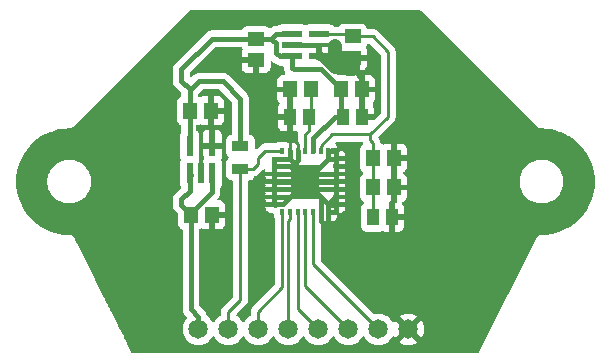
<source format=gbr>
%TF.GenerationSoftware,KiCad,Pcbnew,9.0.2*%
%TF.CreationDate,2025-06-12T16:07:02+02:00*%
%TF.ProjectId,engemil_pmw3901mb,656e6765-6d69-46c5-9f70-6d7733393031,1*%
%TF.SameCoordinates,Original*%
%TF.FileFunction,Copper,L1,Top*%
%TF.FilePolarity,Positive*%
%FSLAX46Y46*%
G04 Gerber Fmt 4.6, Leading zero omitted, Abs format (unit mm)*
G04 Created by KiCad (PCBNEW 9.0.2) date 2025-06-12 16:07:02*
%MOMM*%
%LPD*%
G01*
G04 APERTURE LIST*
%TA.AperFunction,SMDPad,CuDef*%
%ADD10R,0.612132X1.805236*%
%TD*%
%TA.AperFunction,SMDPad,CuDef*%
%ADD11R,1.020000X1.470000*%
%TD*%
%TA.AperFunction,SMDPad,CuDef*%
%ADD12R,1.450000X1.150000*%
%TD*%
%TA.AperFunction,SMDPad,CuDef*%
%ADD13R,1.150000X1.450000*%
%TD*%
%TA.AperFunction,ComponentPad*%
%ADD14C,1.650000*%
%TD*%
%TA.AperFunction,SMDPad,CuDef*%
%ADD15R,1.400000X0.950000*%
%TD*%
%TA.AperFunction,SMDPad,CuDef*%
%ADD16R,1.805236X0.612132*%
%TD*%
%TA.AperFunction,SMDPad,CuDef*%
%ADD17R,0.406400X0.558800*%
%TD*%
%TA.AperFunction,SMDPad,CuDef*%
%ADD18R,0.558800X0.406400*%
%TD*%
%TA.AperFunction,SMDPad,CuDef*%
%ADD19R,2.489200X2.997200*%
%TD*%
%TA.AperFunction,ViaPad*%
%ADD20C,0.600000*%
%TD*%
%TA.AperFunction,Conductor*%
%ADD21C,0.400000*%
%TD*%
%TA.AperFunction,Conductor*%
%ADD22C,0.800000*%
%TD*%
%TA.AperFunction,Conductor*%
%ADD23C,1.200000*%
%TD*%
%TA.AperFunction,Conductor*%
%ADD24C,0.254000*%
%TD*%
G04 APERTURE END LIST*
D10*
%TO.P,U2,1,IN*%
%TO.N,VCC*%
X140199998Y-114304811D03*
%TO.P,U2,2,GND*%
%TO.N,GND*%
X141149999Y-114304811D03*
%TO.P,U2,3,EN*%
%TO.N,VCC*%
X142100000Y-114304811D03*
%TO.P,U2,4,NC*%
%TO.N,GND*%
X142100000Y-112003845D03*
%TO.P,U2,5,OUT*%
%TO.N,+3.3V*%
X140199998Y-112003845D03*
%TD*%
D11*
%TO.P,C7,1,1*%
%TO.N,+1V8*%
X155728445Y-118000000D03*
%TO.P,C7,2,2*%
%TO.N,GND*%
X157328445Y-118000000D03*
%TD*%
D12*
%TO.P,C3,1,1*%
%TO.N,GND*%
X145822038Y-104696155D03*
%TO.P,C3,2,2*%
%TO.N,+3.3V*%
X145822038Y-102896155D03*
%TD*%
%TO.P,C4,1,1*%
%TO.N,GND*%
X154000000Y-104500000D03*
%TO.P,C4,2,2*%
%TO.N,+1V8*%
X154000000Y-102700000D03*
%TD*%
D13*
%TO.P,C11,1,1*%
%TO.N,Net-(U1-VREG)*%
X150493593Y-107200000D03*
%TO.P,C11,2,2*%
%TO.N,GND*%
X148693593Y-107200000D03*
%TD*%
D11*
%TO.P,C10,1,1*%
%TO.N,Net-(U1-VREG)*%
X150300000Y-109500000D03*
%TO.P,C10,2,2*%
%TO.N,GND*%
X148700000Y-109500000D03*
%TD*%
D13*
%TO.P,C5,1,1*%
%TO.N,+1V8*%
X155700000Y-115496155D03*
%TO.P,C5,2,2*%
%TO.N,GND*%
X157500000Y-115496155D03*
%TD*%
%TO.P,C6,1,1*%
%TO.N,+1V8*%
X155700000Y-113000000D03*
%TO.P,C6,2,2*%
%TO.N,GND*%
X157500000Y-113000000D03*
%TD*%
D14*
%TO.P,J1,1*%
%TO.N,VCC*%
X140938445Y-127500000D03*
%TO.P,J1,2*%
%TO.N,RESET*%
X143478445Y-127500000D03*
%TO.P,J1,3*%
%TO.N,MOTION*%
X146018445Y-127500000D03*
%TO.P,J1,4*%
%TO.N,MOSI*%
X148558445Y-127500000D03*
%TO.P,J1,5*%
%TO.N,SCLK*%
X151098445Y-127500000D03*
%TO.P,J1,6*%
%TO.N,MISO*%
X153638445Y-127500000D03*
%TO.P,J1,7*%
%TO.N,CS*%
X156178445Y-127500000D03*
%TO.P,J1,8*%
%TO.N,GND*%
X158718445Y-127500000D03*
%TD*%
D13*
%TO.P,C1,1,1*%
%TO.N,GND*%
X142100000Y-117804811D03*
%TO.P,C1,2,2*%
%TO.N,VCC*%
X140300000Y-117804811D03*
%TD*%
%TO.P,C9,1,1*%
%TO.N,+3.3V*%
X153022038Y-107200000D03*
%TO.P,C9,2,2*%
%TO.N,GND*%
X154822038Y-107200000D03*
%TD*%
%TO.P,C2,1,1*%
%TO.N,GND*%
X142000000Y-109003845D03*
%TO.P,C2,2,2*%
%TO.N,+3.3V*%
X140200000Y-109003845D03*
%TD*%
D15*
%TO.P,R1,1,1*%
%TO.N,+3.3V*%
X144500000Y-112003845D03*
%TO.P,R1,2,2*%
%TO.N,RESET*%
X144500000Y-113903845D03*
%TD*%
D16*
%TO.P,U3,1,IN*%
%TO.N,+3.3V*%
X148870589Y-102500000D03*
%TO.P,U3,2,GND*%
%TO.N,GND*%
X148870589Y-103450001D03*
%TO.P,U3,3,EN*%
%TO.N,+3.3V*%
X148870589Y-104400002D03*
%TO.P,U3,4,NC*%
%TO.N,GND*%
X151171555Y-104400002D03*
%TO.P,U3,5,OUT*%
%TO.N,+1V8*%
X151171555Y-102500000D03*
%TD*%
D11*
%TO.P,C8,1,1*%
%TO.N,+3.3V*%
X153222038Y-109500000D03*
%TO.P,C8,2,2*%
%TO.N,GND*%
X154822038Y-109500000D03*
%TD*%
D17*
%TO.P,U1,1,GND*%
%TO.N,GND*%
X151949958Y-112396500D03*
%TO.P,U1,2,VDD*%
%TO.N,+1V8*%
X151299972Y-112396500D03*
%TO.P,U1,3,VDDIO*%
%TO.N,+3.3V*%
X150649986Y-112396500D03*
%TO.P,U1,4,VREG*%
%TO.N,Net-(U1-VREG)*%
X150000000Y-112396500D03*
%TO.P,U1,5,NC*%
%TO.N,GND*%
X149350014Y-112396500D03*
%TO.P,U1,6,NC*%
X148700028Y-112396500D03*
%TO.P,U1,7,NRESET*%
%TO.N,RESET*%
X148050042Y-112396500D03*
D18*
%TO.P,U1,8,NC*%
%TO.N,GND*%
X147396500Y-113050042D03*
%TO.P,U1,9,NC*%
X147396500Y-113700028D03*
%TO.P,U1,10,NC*%
X147396500Y-114350014D03*
%TO.P,U1,11,NC*%
X147396500Y-115000000D03*
%TO.P,U1,12,NC*%
X147396500Y-115649986D03*
%TO.P,U1,13,NC*%
X147396500Y-116299972D03*
%TO.P,U1,14,NC*%
X147396500Y-116949958D03*
D17*
%TO.P,U1,15,MOTION*%
%TO.N,MOTION*%
X148050042Y-117603500D03*
%TO.P,U1,16,MOSI*%
%TO.N,MOSI*%
X148700028Y-117603500D03*
%TO.P,U1,17,SCLK*%
%TO.N,SCLK*%
X149350014Y-117603500D03*
%TO.P,U1,18,MISO*%
%TO.N,MISO*%
X150000000Y-117603500D03*
%TO.P,U1,19,NCS*%
%TO.N,CS*%
X150649986Y-117603500D03*
%TO.P,U1,20,NC*%
%TO.N,GND*%
X151299972Y-117603500D03*
%TO.P,U1,21,GND*%
X151949958Y-117603500D03*
D18*
%TO.P,U1,22,NC*%
X152603500Y-116949958D03*
%TO.P,U1,23,NC*%
X152603500Y-116299972D03*
%TO.P,U1,24,NC*%
X152603500Y-115649986D03*
%TO.P,U1,25,NC*%
X152603500Y-115000000D03*
%TO.P,U1,26,NC*%
X152603500Y-114350014D03*
%TO.P,U1,27,NC*%
X152603500Y-113700028D03*
%TO.P,U1,28,NC*%
X152603500Y-113050042D03*
D19*
%TO.P,U1,29,GND*%
X150000000Y-115000000D03*
%TD*%
D20*
%TO.N,GND*%
X158500000Y-106500000D03*
X143500000Y-116000000D03*
X147000000Y-108500000D03*
X159000000Y-114000000D03*
X143500000Y-120000000D03*
X146500000Y-111000000D03*
X143500000Y-105000000D03*
X155500000Y-104500000D03*
X141500000Y-120000000D03*
X158500000Y-105500000D03*
X143500000Y-110500000D03*
X137000000Y-128500000D03*
X154000000Y-119000000D03*
X155500000Y-105500000D03*
X152000000Y-119000000D03*
X154000000Y-113500000D03*
X142500000Y-120000000D03*
X146000000Y-108500000D03*
X143500000Y-109000000D03*
X152500000Y-105500000D03*
X161000000Y-127500000D03*
X137000000Y-127500000D03*
X160000000Y-114000000D03*
X160000000Y-116500000D03*
X158500000Y-104500000D03*
X161000000Y-128500000D03*
X137000000Y-126500000D03*
X146000000Y-119000000D03*
X156000000Y-108500000D03*
X142000000Y-105000000D03*
X146000000Y-117000000D03*
X154000000Y-116500000D03*
X161000000Y-126500000D03*
X146000000Y-120000000D03*
X159000000Y-116500000D03*
X153000000Y-119000000D03*
X152500000Y-103500000D03*
X141000000Y-110500000D03*
X147500000Y-111000000D03*
X146000000Y-118000000D03*
X154000000Y-115000000D03*
%TD*%
D21*
%TO.N,VCC*%
X140300000Y-114404813D02*
X140199998Y-114304811D01*
X140199998Y-114800002D02*
X140199998Y-114304811D01*
X142100000Y-114304811D02*
X142100000Y-115854811D01*
X140300000Y-125800000D02*
X140300000Y-117804811D01*
X140199998Y-115800002D02*
X140199998Y-114304811D01*
X139500000Y-117000000D02*
X139500000Y-116500000D01*
X142100000Y-115854811D02*
X140300000Y-117654811D01*
X140938445Y-127500000D02*
X140938445Y-126438445D01*
X140300000Y-117804811D02*
X140300000Y-117800000D01*
X140938445Y-126438445D02*
X140300000Y-125800000D01*
X139500000Y-116500000D02*
X140199998Y-115800002D01*
X140300000Y-117654811D02*
X140300000Y-117804811D01*
X140300000Y-117800000D02*
X139500000Y-117000000D01*
D22*
%TO.N,GND*%
X151354825Y-104400002D02*
X151171555Y-104400002D01*
D21*
X151171555Y-104400002D02*
X151171555Y-103671555D01*
X151923100Y-117576642D02*
X151949958Y-117603500D01*
X147396500Y-116949958D02*
X147423358Y-116923100D01*
X151923100Y-113076900D02*
X151923100Y-112423358D01*
X150000000Y-115000000D02*
X151923100Y-113076900D01*
X150000000Y-115000000D02*
X151923100Y-116923100D01*
D23*
X153599998Y-105500000D02*
X154000000Y-105500000D01*
X154000000Y-105500000D02*
X154000000Y-104500000D01*
D21*
X152603500Y-113050042D02*
X152576642Y-113076900D01*
D23*
X152500000Y-104400002D02*
X153599998Y-105500000D01*
D21*
X149062064Y-113437936D02*
X150000000Y-114375872D01*
X147423358Y-113076900D02*
X148699028Y-113076900D01*
X147396500Y-115000000D02*
X150000000Y-115000000D01*
X151171555Y-103671555D02*
X150950001Y-103450001D01*
X149350014Y-113149986D02*
X149062064Y-113437936D01*
X152546228Y-116299972D02*
X151923100Y-116923100D01*
X147396500Y-113700028D02*
X148700028Y-113700028D01*
X148700028Y-113075900D02*
X148700028Y-112396500D01*
X149350014Y-114350014D02*
X150000000Y-115000000D01*
D24*
X148700028Y-111700028D02*
X148500000Y-111500000D01*
X148700028Y-112396500D02*
X148700028Y-111700028D01*
D21*
X152603500Y-115000000D02*
X150000000Y-115000000D01*
X154000000Y-105500000D02*
X154250000Y-105750000D01*
X152603500Y-115649986D02*
X150649986Y-115649986D01*
X147396500Y-114350014D02*
X149350014Y-114350014D01*
D24*
X149350014Y-112396500D02*
X149350014Y-111850014D01*
D21*
X152603500Y-116299972D02*
X152546228Y-116299972D01*
X151949958Y-116949958D02*
X151923100Y-116923100D01*
X151299972Y-117603500D02*
X151299972Y-116299972D01*
D22*
X152500000Y-105500000D02*
X152454824Y-105500000D01*
D21*
X150000000Y-114375872D02*
X150000000Y-115000000D01*
D22*
X152454824Y-105500000D02*
X151354825Y-104400002D01*
D21*
X152603500Y-116949958D02*
X151949958Y-116949958D01*
X148076900Y-116923100D02*
X150000000Y-115000000D01*
X148700028Y-116299972D02*
X150000000Y-115000000D01*
X147423358Y-116923100D02*
X148076900Y-116923100D01*
X150950001Y-103450001D02*
X148870589Y-103450001D01*
X149350014Y-112396500D02*
X149350014Y-113149986D01*
X149350014Y-115649986D02*
X150000000Y-115000000D01*
X151949958Y-112396500D02*
X152603500Y-112396500D01*
D23*
X152599998Y-104500000D02*
X152500000Y-104400002D01*
D21*
X154250000Y-105750000D02*
X154822038Y-106322038D01*
D22*
X153500000Y-105500000D02*
X152500000Y-105500000D01*
D21*
X147396500Y-116299972D02*
X148700028Y-116299972D01*
X151299972Y-117603500D02*
X151299972Y-118299972D01*
X152576642Y-113076900D02*
X151923100Y-113076900D01*
D23*
X154000000Y-104500000D02*
X152599998Y-104500000D01*
D24*
X149350014Y-111850014D02*
X149000000Y-111500000D01*
D21*
X147396500Y-113050042D02*
X147423358Y-113076900D01*
X151923100Y-116923100D02*
X151923100Y-117576642D01*
X154822038Y-107200000D02*
X154822038Y-109500000D01*
X148699028Y-113076900D02*
X148700028Y-113075900D01*
X150649986Y-115649986D02*
X150000000Y-115000000D01*
X149000000Y-111500000D02*
X148500000Y-111500000D01*
X150649986Y-114350014D02*
X150000000Y-115000000D01*
D22*
X154000000Y-105500000D02*
X153500000Y-105500000D01*
D21*
X152603500Y-114350014D02*
X150649986Y-114350014D01*
X151923100Y-112423358D02*
X151949958Y-112396500D01*
X148700028Y-113700028D02*
X150000000Y-115000000D01*
X151171555Y-104400002D02*
X152500000Y-104400002D01*
X152603500Y-112396500D02*
X153000000Y-112000000D01*
X148700028Y-113075900D02*
X149062064Y-113437936D01*
X147396500Y-115649986D02*
X149350014Y-115649986D01*
X153500000Y-104500000D02*
X154000000Y-104500000D01*
D23*
X152500000Y-104400002D02*
X152500000Y-103500000D01*
D21*
X154822038Y-106322038D02*
X154822038Y-107200000D01*
X151299972Y-116299972D02*
X150000000Y-115000000D01*
X151299972Y-118299972D02*
X151500000Y-118500000D01*
%TO.N,+3.3V*%
X153022038Y-109300000D02*
X153222038Y-109500000D01*
X140200000Y-107200000D02*
X140300000Y-107200000D01*
X144500000Y-108000000D02*
X144500000Y-112003845D01*
X153222038Y-109500000D02*
X152500000Y-109500000D01*
X140199998Y-112003845D02*
X140199998Y-109003847D01*
X147809906Y-104400002D02*
X147500000Y-104090096D01*
X147500000Y-104090096D02*
X147500000Y-103292310D01*
X147500000Y-103292310D02*
X147103845Y-102896155D01*
X148870589Y-104400002D02*
X147809906Y-104400002D01*
X139500000Y-106500000D02*
X139500000Y-105500000D01*
X153022038Y-107200000D02*
X153022038Y-109300000D01*
X141000000Y-106500000D02*
X143000000Y-106500000D01*
X147103845Y-102896155D02*
X147500000Y-102500000D01*
X147500000Y-102500000D02*
X148870589Y-102500000D01*
X143000000Y-106500000D02*
X144500000Y-108000000D01*
X140200000Y-107200000D02*
X139500000Y-106500000D01*
X140200000Y-109003845D02*
X140200000Y-107200000D01*
X149000000Y-105500000D02*
X151322038Y-105500000D01*
X145822038Y-102896155D02*
X147103845Y-102896155D01*
X148870589Y-105370589D02*
X149000000Y-105500000D01*
X140300000Y-107200000D02*
X141000000Y-106500000D01*
X150649986Y-111350014D02*
X150649986Y-112396500D01*
X140199998Y-109003847D02*
X140200000Y-109003845D01*
X139500000Y-105500000D02*
X142103845Y-102896155D01*
X148870589Y-104400002D02*
X148870589Y-105370589D01*
X151322038Y-105500000D02*
X153022038Y-107200000D01*
X152500000Y-109500000D02*
X150649986Y-111350014D01*
X142103845Y-102896155D02*
X145822038Y-102896155D01*
D24*
%TO.N,+1V8*%
X153800000Y-102500000D02*
X154000000Y-102700000D01*
X152261858Y-111000000D02*
X151299972Y-111961886D01*
X155728445Y-115728445D02*
X155728445Y-118000000D01*
X155700000Y-113000000D02*
X155700000Y-115496155D01*
X151299972Y-111961886D02*
X151299972Y-112396500D01*
X155700000Y-115496155D02*
X155700000Y-115700000D01*
X155500000Y-111000000D02*
X152261858Y-111000000D01*
X157000000Y-104000000D02*
X157000000Y-109500000D01*
X155500000Y-111500000D02*
X155700000Y-111700000D01*
X155700000Y-102700000D02*
X157000000Y-104000000D01*
X155500000Y-111000000D02*
X155500000Y-111500000D01*
X157000000Y-109500000D02*
X155500000Y-111000000D01*
X151171555Y-102500000D02*
X153800000Y-102500000D01*
X155700000Y-115700000D02*
X155728445Y-115728445D01*
X155700000Y-111700000D02*
X155700000Y-113000000D01*
X154000000Y-102700000D02*
X155700000Y-102700000D01*
%TO.N,Net-(U1-VREG)*%
X150300000Y-109200000D02*
X150493593Y-109006407D01*
X150300000Y-109500000D02*
X150300000Y-110700000D01*
X150000000Y-111000000D02*
X150000000Y-112396500D01*
X150300000Y-110700000D02*
X150000000Y-111000000D01*
X150300000Y-109500000D02*
X150300000Y-109200000D01*
X150493593Y-109006407D02*
X150493593Y-107200000D01*
%TO.N,CS*%
X150649986Y-121971541D02*
X156178445Y-127500000D01*
X150649986Y-117603500D02*
X150649986Y-121971541D01*
%TO.N,SCLK*%
X149350014Y-125751569D02*
X151098445Y-127500000D01*
X149350014Y-117603500D02*
X149350014Y-125751569D01*
%TO.N,MOSI*%
X148700028Y-118200028D02*
X148558445Y-118341611D01*
X148558445Y-118341611D02*
X148558445Y-127500000D01*
X148700028Y-117603500D02*
X148700028Y-118200028D01*
%TO.N,RESET*%
X143478445Y-126021555D02*
X144500000Y-125000000D01*
X146000000Y-113000000D02*
X146603500Y-112396500D01*
X143478445Y-127500000D02*
X143478445Y-126021555D01*
X146603500Y-112396500D02*
X148050042Y-112396500D01*
X144500000Y-113903845D02*
X145596155Y-113903845D01*
X145596155Y-113903845D02*
X146000000Y-113500000D01*
X146000000Y-113500000D02*
X146000000Y-113000000D01*
X144500000Y-125000000D02*
X144500000Y-113903845D01*
%TO.N,MISO*%
X150000000Y-123861555D02*
X153638445Y-127500000D01*
X150000000Y-117603500D02*
X150000000Y-123861555D01*
%TO.N,MOTION*%
X148050042Y-123949958D02*
X148050042Y-117603500D01*
X146018445Y-127500000D02*
X146018445Y-126018445D01*
X146000000Y-126000000D02*
X148050042Y-123949958D01*
X146018445Y-126018445D02*
X146000000Y-126000000D01*
%TD*%
%TA.AperFunction,Conductor*%
%TO.N,GND*%
G36*
X142725520Y-107220185D02*
G01*
X142746162Y-107236819D01*
X143763181Y-108253837D01*
X143796666Y-108315160D01*
X143799500Y-108341518D01*
X143799500Y-110911868D01*
X143779815Y-110978907D01*
X143727011Y-111024662D01*
X143699865Y-111032111D01*
X143700068Y-111032969D01*
X143692520Y-111034752D01*
X143557671Y-111085047D01*
X143557664Y-111085051D01*
X143442455Y-111171297D01*
X143442452Y-111171300D01*
X143356206Y-111286509D01*
X143356202Y-111286516D01*
X143305908Y-111421362D01*
X143299501Y-111480961D01*
X143299501Y-111480968D01*
X143299500Y-111480980D01*
X143299500Y-112526715D01*
X143299501Y-112526721D01*
X143305908Y-112586328D01*
X143356202Y-112721173D01*
X143356206Y-112721180D01*
X143442452Y-112836389D01*
X143442453Y-112836389D01*
X143442454Y-112836391D01*
X143456415Y-112846842D01*
X143466750Y-112854579D01*
X143508620Y-112910513D01*
X143513604Y-112980205D01*
X143480118Y-113041528D01*
X143466750Y-113053111D01*
X143442452Y-113071300D01*
X143356206Y-113186509D01*
X143356202Y-113186516D01*
X143305908Y-113321362D01*
X143299501Y-113380961D01*
X143299500Y-113380980D01*
X143299500Y-114426715D01*
X143299501Y-114426721D01*
X143305908Y-114486328D01*
X143356202Y-114621173D01*
X143356206Y-114621180D01*
X143442452Y-114736389D01*
X143442455Y-114736392D01*
X143557664Y-114822638D01*
X143557671Y-114822642D01*
X143692516Y-114872936D01*
X143738329Y-114877861D01*
X143752127Y-114879345D01*
X143752136Y-114879344D01*
X143755116Y-114879505D01*
X143821010Y-114902738D01*
X143863882Y-114957908D01*
X143872500Y-115003328D01*
X143872500Y-124688719D01*
X143852815Y-124755758D01*
X143836181Y-124776400D01*
X143078437Y-125534144D01*
X143012589Y-125599992D01*
X142991034Y-125621547D01*
X142922361Y-125724323D01*
X142916717Y-125737949D01*
X142875060Y-125838517D01*
X142875057Y-125838527D01*
X142851566Y-125956627D01*
X142851566Y-125956628D01*
X142850946Y-125959743D01*
X142850945Y-125959756D01*
X142850945Y-126256095D01*
X142831260Y-126323134D01*
X142787329Y-126362882D01*
X142787883Y-126363785D01*
X142783738Y-126366324D01*
X142614938Y-126488966D01*
X142467411Y-126636493D01*
X142344775Y-126805285D01*
X142318930Y-126856010D01*
X142270955Y-126906806D01*
X142203135Y-126923601D01*
X142137000Y-126901064D01*
X142097960Y-126856010D01*
X142096055Y-126852271D01*
X142072115Y-126805286D01*
X141949480Y-126636495D01*
X141801950Y-126488965D01*
X141678456Y-126399240D01*
X141635793Y-126343911D01*
X141629728Y-126323118D01*
X141628248Y-126315677D01*
X141612025Y-126234117D01*
X141610505Y-126230448D01*
X141559222Y-126106637D01*
X141482557Y-125991899D01*
X141036819Y-125546161D01*
X141003334Y-125484838D01*
X141000500Y-125458480D01*
X141000500Y-119103277D01*
X141005097Y-119087618D01*
X141004693Y-119071305D01*
X141014738Y-119054786D01*
X141020185Y-119036238D01*
X141032875Y-119024962D01*
X141040997Y-119011608D01*
X141063058Y-118998145D01*
X141070206Y-118991795D01*
X141075568Y-118989183D01*
X141117331Y-118973607D01*
X141135540Y-118959975D01*
X141146122Y-118954822D01*
X141169425Y-118950879D01*
X141191562Y-118942621D01*
X141203232Y-118945158D01*
X141215012Y-118943166D01*
X141236745Y-118952446D01*
X141259836Y-118957468D01*
X141274729Y-118967039D01*
X141282907Y-118973161D01*
X141417623Y-119023408D01*
X141417627Y-119023409D01*
X141477155Y-119029810D01*
X141477172Y-119029811D01*
X141850000Y-119029811D01*
X142350000Y-119029811D01*
X142722828Y-119029811D01*
X142722844Y-119029810D01*
X142782372Y-119023409D01*
X142782379Y-119023407D01*
X142917086Y-118973165D01*
X142917093Y-118973161D01*
X143032187Y-118887001D01*
X143032190Y-118886998D01*
X143118350Y-118771904D01*
X143118354Y-118771897D01*
X143168596Y-118637190D01*
X143168598Y-118637183D01*
X143174999Y-118577655D01*
X143175000Y-118577638D01*
X143175000Y-118054811D01*
X142350000Y-118054811D01*
X142350000Y-119029811D01*
X141850000Y-119029811D01*
X141850000Y-117928811D01*
X141869685Y-117861772D01*
X141922489Y-117816017D01*
X141974000Y-117804811D01*
X142100000Y-117804811D01*
X142100000Y-117678811D01*
X142119685Y-117611772D01*
X142172489Y-117566017D01*
X142224000Y-117554811D01*
X143175000Y-117554811D01*
X143175000Y-117031983D01*
X143174999Y-117031966D01*
X143168598Y-116972438D01*
X143168596Y-116972431D01*
X143118354Y-116837724D01*
X143118350Y-116837717D01*
X143032190Y-116722623D01*
X143032187Y-116722620D01*
X142917093Y-116636460D01*
X142917086Y-116636456D01*
X142782379Y-116586214D01*
X142782372Y-116586212D01*
X142722844Y-116579811D01*
X142665018Y-116579811D01*
X142597979Y-116560126D01*
X142552224Y-116507322D01*
X142542280Y-116438164D01*
X142571305Y-116374608D01*
X142577337Y-116368130D01*
X142644113Y-116301354D01*
X142660370Y-116277023D01*
X142665715Y-116269026D01*
X142720771Y-116186628D01*
X142720771Y-116186627D01*
X142720775Y-116186622D01*
X142756652Y-116100008D01*
X142773580Y-116059140D01*
X142785894Y-115997232D01*
X142790869Y-115972220D01*
X142800500Y-115923806D01*
X142800500Y-115556970D01*
X142820185Y-115489931D01*
X142825227Y-115482667D01*
X142849862Y-115449760D01*
X142900157Y-115314912D01*
X142906566Y-115255302D01*
X142906565Y-113354321D01*
X142900157Y-113294710D01*
X142884690Y-113253242D01*
X142863693Y-113196945D01*
X142858709Y-113127254D01*
X142863694Y-113110278D01*
X142899661Y-113013846D01*
X142899664Y-113013835D01*
X142906065Y-112954307D01*
X142906066Y-112954290D01*
X142906066Y-112253845D01*
X141293934Y-112253845D01*
X141293934Y-112772193D01*
X141296498Y-112774757D01*
X141317686Y-112784433D01*
X141343038Y-112791878D01*
X141348965Y-112798718D01*
X141357202Y-112802480D01*
X141371491Y-112824714D01*
X141388793Y-112844682D01*
X141391080Y-112855196D01*
X141394976Y-112861258D01*
X141399999Y-112896193D01*
X141399999Y-113051984D01*
X141380314Y-113119023D01*
X141375266Y-113126295D01*
X141350138Y-113159861D01*
X141350136Y-113159864D01*
X141299842Y-113294710D01*
X141295320Y-113336776D01*
X141293434Y-113354320D01*
X141293434Y-114180812D01*
X141290884Y-114189497D01*
X141292173Y-114198458D01*
X141281195Y-114222494D01*
X141273751Y-114247850D01*
X141266908Y-114253778D01*
X141263148Y-114262014D01*
X141240916Y-114276300D01*
X141220947Y-114293605D01*
X141210431Y-114295892D01*
X141204370Y-114299788D01*
X141169435Y-114304811D01*
X141130563Y-114304811D01*
X141063524Y-114285126D01*
X141017769Y-114232322D01*
X141006563Y-114180811D01*
X141006563Y-113354322D01*
X141006562Y-113354316D01*
X141006561Y-113354309D01*
X141000155Y-113294710D01*
X140984688Y-113253242D01*
X140963958Y-113197661D01*
X140958974Y-113127970D01*
X140963958Y-113110995D01*
X141000155Y-113013946D01*
X141006564Y-112954336D01*
X141006563Y-111053382D01*
X141293934Y-111053382D01*
X141293934Y-111753845D01*
X141850000Y-111753845D01*
X142350000Y-111753845D01*
X142906066Y-111753845D01*
X142906066Y-111053399D01*
X142906065Y-111053382D01*
X142899664Y-110993854D01*
X142899662Y-110993847D01*
X142849420Y-110859140D01*
X142849416Y-110859133D01*
X142763256Y-110744039D01*
X142763253Y-110744036D01*
X142648159Y-110657876D01*
X142648152Y-110657872D01*
X142513445Y-110607630D01*
X142513438Y-110607628D01*
X142453910Y-110601227D01*
X142350000Y-110601227D01*
X142350000Y-111753845D01*
X141850000Y-111753845D01*
X141850000Y-110601227D01*
X141746089Y-110601227D01*
X141686561Y-110607628D01*
X141686554Y-110607630D01*
X141551847Y-110657872D01*
X141551840Y-110657876D01*
X141436746Y-110744036D01*
X141436743Y-110744039D01*
X141350583Y-110859133D01*
X141350579Y-110859140D01*
X141300337Y-110993847D01*
X141300335Y-110993854D01*
X141293934Y-111053382D01*
X141006563Y-111053382D01*
X141006563Y-111053355D01*
X141000155Y-110993744D01*
X140994621Y-110978907D01*
X140949861Y-110858898D01*
X140949860Y-110858897D01*
X140949860Y-110858896D01*
X140925230Y-110825994D01*
X140900814Y-110760532D01*
X140900498Y-110751685D01*
X140900498Y-110302311D01*
X140905095Y-110286652D01*
X140904691Y-110270338D01*
X140914736Y-110253819D01*
X140920183Y-110235272D01*
X140932873Y-110223996D01*
X140940996Y-110210641D01*
X140963058Y-110197178D01*
X140970205Y-110190829D01*
X140975566Y-110188217D01*
X141017331Y-110172641D01*
X141035538Y-110159010D01*
X141046123Y-110153856D01*
X141069424Y-110149913D01*
X141091562Y-110141655D01*
X141103233Y-110144193D01*
X141115013Y-110142200D01*
X141136745Y-110151480D01*
X141159836Y-110156502D01*
X141174729Y-110166073D01*
X141182907Y-110172195D01*
X141317623Y-110222442D01*
X141317627Y-110222443D01*
X141377155Y-110228844D01*
X141377172Y-110228845D01*
X141750000Y-110228845D01*
X142250000Y-110228845D01*
X142622828Y-110228845D01*
X142622844Y-110228844D01*
X142682372Y-110222443D01*
X142682379Y-110222441D01*
X142817086Y-110172199D01*
X142817093Y-110172195D01*
X142932187Y-110086035D01*
X142932190Y-110086032D01*
X143018350Y-109970938D01*
X143018354Y-109970931D01*
X143068596Y-109836224D01*
X143068598Y-109836217D01*
X143074999Y-109776689D01*
X143075000Y-109776672D01*
X143075000Y-109253845D01*
X142250000Y-109253845D01*
X142250000Y-110228845D01*
X141750000Y-110228845D01*
X141750000Y-108753845D01*
X142250000Y-108753845D01*
X143075000Y-108753845D01*
X143075000Y-108231017D01*
X143074999Y-108231000D01*
X143068598Y-108171472D01*
X143068596Y-108171465D01*
X143018354Y-108036758D01*
X143018350Y-108036751D01*
X142932190Y-107921657D01*
X142932187Y-107921654D01*
X142817093Y-107835494D01*
X142817086Y-107835490D01*
X142682379Y-107785248D01*
X142682372Y-107785246D01*
X142622844Y-107778845D01*
X142250000Y-107778845D01*
X142250000Y-108753845D01*
X141750000Y-108753845D01*
X141750000Y-107778845D01*
X141377155Y-107778845D01*
X141317627Y-107785246D01*
X141317620Y-107785248D01*
X141182913Y-107835490D01*
X141182912Y-107835491D01*
X141174725Y-107841620D01*
X141109260Y-107866035D01*
X141046122Y-107853833D01*
X141035536Y-107848677D01*
X141017331Y-107835049D01*
X140975573Y-107819474D01*
X140970206Y-107816860D01*
X140948609Y-107797187D01*
X140925232Y-107779687D01*
X140923088Y-107773940D01*
X140918553Y-107769809D01*
X140911020Y-107741583D01*
X140900816Y-107714222D01*
X140900500Y-107705378D01*
X140900500Y-107641518D01*
X140920185Y-107574479D01*
X140936819Y-107553837D01*
X141253837Y-107236819D01*
X141315160Y-107203334D01*
X141341518Y-107200500D01*
X142658481Y-107200500D01*
X142725520Y-107220185D01*
G37*
%TD.AperFunction*%
%TA.AperFunction,Conductor*%
G36*
X144590610Y-103616340D02*
G01*
X144636365Y-103669144D01*
X144639753Y-103677321D01*
X144651594Y-103709070D01*
X144651596Y-103709073D01*
X144653242Y-103713486D01*
X144662318Y-103725610D01*
X144664590Y-103729114D01*
X144673422Y-103758756D01*
X144684228Y-103787726D01*
X144683311Y-103791940D01*
X144684543Y-103796074D01*
X144675949Y-103825779D01*
X144669376Y-103855998D01*
X144665433Y-103862134D01*
X144665127Y-103863192D01*
X144664274Y-103863936D01*
X144659813Y-103870880D01*
X144653684Y-103879067D01*
X144653683Y-103879068D01*
X144603441Y-104013775D01*
X144603439Y-104013782D01*
X144597038Y-104073310D01*
X144597038Y-104446155D01*
X145698038Y-104446155D01*
X145765077Y-104465840D01*
X145810832Y-104518644D01*
X145822038Y-104570155D01*
X145822038Y-104696155D01*
X145948038Y-104696155D01*
X146015077Y-104715840D01*
X146060832Y-104768644D01*
X146072038Y-104820155D01*
X146072038Y-105771155D01*
X146594866Y-105771155D01*
X146594882Y-105771154D01*
X146654410Y-105764753D01*
X146654417Y-105764751D01*
X146789124Y-105714509D01*
X146789131Y-105714505D01*
X146904225Y-105628345D01*
X146904228Y-105628342D01*
X146990388Y-105513248D01*
X146990392Y-105513241D01*
X147040634Y-105378534D01*
X147040636Y-105378527D01*
X147047037Y-105318999D01*
X147047038Y-105318982D01*
X147047038Y-104927153D01*
X147066723Y-104860114D01*
X147119527Y-104814359D01*
X147188685Y-104804415D01*
X147252241Y-104833440D01*
X147258705Y-104839458D01*
X147363363Y-104944116D01*
X147478095Y-105020777D01*
X147605577Y-105073582D01*
X147605583Y-105073583D01*
X147611409Y-105075351D01*
X147610997Y-105076708D01*
X147652834Y-105095362D01*
X147725640Y-105149864D01*
X147725641Y-105149864D01*
X147725642Y-105149865D01*
X147770589Y-105166629D01*
X147860488Y-105200159D01*
X147920098Y-105206568D01*
X148046089Y-105206567D01*
X148113128Y-105226251D01*
X148158883Y-105279055D01*
X148170089Y-105330567D01*
X148170089Y-105439583D01*
X148170089Y-105439585D01*
X148170088Y-105439585D01*
X148197007Y-105574911D01*
X148197010Y-105574921D01*
X148249812Y-105702396D01*
X148249814Y-105702400D01*
X148257905Y-105714509D01*
X148303074Y-105782110D01*
X148323951Y-105848788D01*
X148305466Y-105916168D01*
X148253487Y-105962857D01*
X148199971Y-105975000D01*
X148070748Y-105975000D01*
X148011220Y-105981401D01*
X148011213Y-105981403D01*
X147876506Y-106031645D01*
X147876499Y-106031649D01*
X147761405Y-106117809D01*
X147761402Y-106117812D01*
X147675242Y-106232906D01*
X147675238Y-106232913D01*
X147624996Y-106367620D01*
X147624994Y-106367627D01*
X147618593Y-106427155D01*
X147618593Y-106950000D01*
X148569593Y-106950000D01*
X148636632Y-106969685D01*
X148682387Y-107022489D01*
X148693593Y-107074000D01*
X148693593Y-107200000D01*
X148819593Y-107200000D01*
X148886632Y-107219685D01*
X148932387Y-107272489D01*
X148943593Y-107324000D01*
X148943593Y-108159867D01*
X148947166Y-108166411D01*
X148950000Y-108192769D01*
X148950000Y-110735000D01*
X149261149Y-110735000D01*
X149261149Y-110736566D01*
X149278789Y-110740723D01*
X149303081Y-110742025D01*
X149312190Y-110748593D01*
X149323121Y-110751169D01*
X149340022Y-110768662D01*
X149359754Y-110782890D01*
X149363866Y-110793340D01*
X149371669Y-110801417D01*
X149376430Y-110825272D01*
X149385337Y-110847908D01*
X149384408Y-110865242D01*
X149385345Y-110869935D01*
X149383449Y-110883151D01*
X149379408Y-110903469D01*
X149379407Y-110903473D01*
X149372500Y-110938195D01*
X149372500Y-111543424D01*
X149352815Y-111610463D01*
X149300011Y-111656218D01*
X149230853Y-111666162D01*
X149225025Y-111665182D01*
X149006625Y-111623074D01*
X148951056Y-111617100D01*
X148903228Y-111617100D01*
X148903228Y-111777646D01*
X148896619Y-111800150D01*
X148894436Y-111823506D01*
X148886958Y-111833052D01*
X148883543Y-111844685D01*
X148865818Y-111860043D01*
X148851353Y-111878512D01*
X148839901Y-111882500D01*
X148830739Y-111890440D01*
X148807523Y-111893778D01*
X148785371Y-111901494D01*
X148773581Y-111898658D01*
X148761581Y-111900384D01*
X148740245Y-111890640D01*
X148717439Y-111885155D01*
X148705950Y-111874978D01*
X148698025Y-111871359D01*
X148689653Y-111863392D01*
X148684460Y-111857967D01*
X148610788Y-111759554D01*
X148538329Y-111705311D01*
X148531253Y-111697919D01*
X148519697Y-111675612D01*
X148504646Y-111655505D01*
X148502168Y-111641773D01*
X148499115Y-111635879D01*
X148499794Y-111628614D01*
X148497912Y-111618184D01*
X148496828Y-111617100D01*
X148449000Y-111617100D01*
X148390632Y-111623375D01*
X148364122Y-111623375D01*
X148360727Y-111623010D01*
X148360725Y-111623009D01*
X148301115Y-111616600D01*
X148301105Y-111616600D01*
X147798971Y-111616600D01*
X147798965Y-111616601D01*
X147739358Y-111623008D01*
X147604513Y-111673302D01*
X147604511Y-111673303D01*
X147509717Y-111744267D01*
X147444253Y-111768684D01*
X147435406Y-111769000D01*
X146541692Y-111769000D01*
X146420472Y-111793112D01*
X146420464Y-111793114D01*
X146339715Y-111826562D01*
X146328509Y-111831204D01*
X146306267Y-111840417D01*
X146293833Y-111848725D01*
X146203489Y-111909090D01*
X146203488Y-111909091D01*
X145912180Y-112200400D01*
X145850857Y-112233885D01*
X145781165Y-112228901D01*
X145725232Y-112187029D01*
X145700815Y-112121565D01*
X145700499Y-112112719D01*
X145700499Y-111480974D01*
X145700498Y-111480968D01*
X145700497Y-111480961D01*
X145694091Y-111421362D01*
X145690967Y-111412987D01*
X145643797Y-111286516D01*
X145643793Y-111286509D01*
X145557547Y-111171300D01*
X145557544Y-111171297D01*
X145442335Y-111085051D01*
X145442328Y-111085047D01*
X145307482Y-111034753D01*
X145299938Y-111032971D01*
X145300474Y-111030698D01*
X145246688Y-111008416D01*
X145206843Y-110951022D01*
X145200500Y-110911869D01*
X145200500Y-110282844D01*
X147690000Y-110282844D01*
X147696401Y-110342372D01*
X147696403Y-110342379D01*
X147746645Y-110477086D01*
X147746649Y-110477093D01*
X147832809Y-110592187D01*
X147832812Y-110592190D01*
X147947906Y-110678350D01*
X147947913Y-110678354D01*
X148082620Y-110728596D01*
X148082627Y-110728598D01*
X148142155Y-110734999D01*
X148142172Y-110735000D01*
X148450000Y-110735000D01*
X148450000Y-109750000D01*
X147690000Y-109750000D01*
X147690000Y-110282844D01*
X145200500Y-110282844D01*
X145200500Y-107972844D01*
X147618593Y-107972844D01*
X147624994Y-108032372D01*
X147624996Y-108032379D01*
X147675238Y-108167086D01*
X147675242Y-108167093D01*
X147761402Y-108282187D01*
X147768164Y-108287249D01*
X147810036Y-108343182D01*
X147815021Y-108412874D01*
X147793122Y-108460828D01*
X147746647Y-108522910D01*
X147746645Y-108522913D01*
X147696403Y-108657620D01*
X147696401Y-108657627D01*
X147690000Y-108717155D01*
X147690000Y-109250000D01*
X148450000Y-109250000D01*
X148450000Y-108530132D01*
X148446427Y-108523589D01*
X148443593Y-108497231D01*
X148443593Y-107450000D01*
X147618593Y-107450000D01*
X147618593Y-107972844D01*
X145200500Y-107972844D01*
X145200500Y-107931004D01*
X145200499Y-107931002D01*
X145181501Y-107835494D01*
X145173580Y-107795672D01*
X145166403Y-107778346D01*
X145151707Y-107742866D01*
X145136179Y-107705378D01*
X145120778Y-107668194D01*
X145120771Y-107668182D01*
X145044115Y-107553459D01*
X145032174Y-107541518D01*
X144946542Y-107455886D01*
X144605813Y-107115157D01*
X143446546Y-105955888D01*
X143446545Y-105955887D01*
X143331807Y-105879222D01*
X143204332Y-105826421D01*
X143204322Y-105826418D01*
X143068996Y-105799500D01*
X143068994Y-105799500D01*
X143068993Y-105799500D01*
X140931007Y-105799500D01*
X140931005Y-105799500D01*
X140871916Y-105811254D01*
X140842371Y-105817131D01*
X140815604Y-105822454D01*
X140795668Y-105826420D01*
X140795660Y-105826423D01*
X140742865Y-105848292D01*
X140668191Y-105879223D01*
X140567445Y-105946539D01*
X140567446Y-105946540D01*
X140553458Y-105955886D01*
X140412181Y-106097163D01*
X140392742Y-106107776D01*
X140376011Y-106122275D01*
X140362680Y-106124191D01*
X140350858Y-106130647D01*
X140328771Y-106129067D01*
X140306853Y-106132219D01*
X140294601Y-106126623D01*
X140281166Y-106125663D01*
X140263439Y-106112392D01*
X140243297Y-106103194D01*
X140236014Y-106091862D01*
X140225233Y-106083791D01*
X140217495Y-106063045D01*
X140205523Y-106044416D01*
X140202371Y-106022497D01*
X140200816Y-106018327D01*
X140200500Y-106009481D01*
X140200500Y-105841519D01*
X140220185Y-105774480D01*
X140236819Y-105753838D01*
X140671658Y-105318999D01*
X144597038Y-105318999D01*
X144603439Y-105378527D01*
X144603441Y-105378534D01*
X144653683Y-105513241D01*
X144653687Y-105513248D01*
X144739847Y-105628342D01*
X144739850Y-105628345D01*
X144854944Y-105714505D01*
X144854951Y-105714509D01*
X144989658Y-105764751D01*
X144989665Y-105764753D01*
X145049193Y-105771154D01*
X145049210Y-105771155D01*
X145572038Y-105771155D01*
X145572038Y-104946155D01*
X144597038Y-104946155D01*
X144597038Y-105318999D01*
X140671658Y-105318999D01*
X142357683Y-103632974D01*
X142419006Y-103599489D01*
X142445364Y-103596655D01*
X144523571Y-103596655D01*
X144590610Y-103616340D01*
G37*
%TD.AperFunction*%
%TA.AperFunction,Conductor*%
G36*
X152659186Y-103130050D02*
G01*
X152668148Y-103128762D01*
X152692188Y-103139740D01*
X152717540Y-103147185D01*
X152723467Y-103154025D01*
X152731704Y-103157787D01*
X152745993Y-103180021D01*
X152763295Y-103199989D01*
X152765582Y-103210503D01*
X152769478Y-103216565D01*
X152774501Y-103251500D01*
X152774501Y-103322876D01*
X152780908Y-103382483D01*
X152831202Y-103517327D01*
X152831204Y-103517331D01*
X152837773Y-103526106D01*
X152862190Y-103591571D01*
X152847338Y-103659843D01*
X152837775Y-103674725D01*
X152831646Y-103682912D01*
X152831645Y-103682913D01*
X152781403Y-103817620D01*
X152781401Y-103817626D01*
X152775594Y-103871634D01*
X152748855Y-103936185D01*
X152691461Y-103976031D01*
X152621636Y-103978523D01*
X152561548Y-103942870D01*
X152536123Y-103901708D01*
X152517528Y-103851851D01*
X152517523Y-103851842D01*
X152431363Y-103736748D01*
X152431360Y-103736745D01*
X152316266Y-103650585D01*
X152316259Y-103650581D01*
X152181552Y-103600339D01*
X152181545Y-103600337D01*
X152122017Y-103593936D01*
X151421555Y-103593936D01*
X151421555Y-104150002D01*
X152583197Y-104150002D01*
X152624642Y-104127371D01*
X152694334Y-104132355D01*
X152750267Y-104174227D01*
X152774684Y-104239691D01*
X152775000Y-104248537D01*
X152775000Y-104250000D01*
X155225000Y-104250000D01*
X155225000Y-103877172D01*
X155224999Y-103877155D01*
X155218598Y-103817627D01*
X155218597Y-103817623D01*
X155168350Y-103682907D01*
X155162228Y-103674729D01*
X155137809Y-103609265D01*
X155147624Y-103551325D01*
X155153430Y-103537856D01*
X155168796Y-103517331D01*
X155210594Y-103405262D01*
X155211825Y-103402409D01*
X155232234Y-103377812D01*
X155251384Y-103352233D01*
X155254391Y-103351111D01*
X155256442Y-103348640D01*
X155286911Y-103338981D01*
X155316848Y-103327816D01*
X155322809Y-103327603D01*
X155323046Y-103327528D01*
X155323263Y-103327586D01*
X155325694Y-103327500D01*
X155388719Y-103327500D01*
X155455758Y-103347185D01*
X155476400Y-103363819D01*
X156336181Y-104223600D01*
X156369666Y-104284923D01*
X156372500Y-104311281D01*
X156372500Y-109188719D01*
X156352815Y-109255758D01*
X156336181Y-109276400D01*
X155898900Y-109713681D01*
X155837577Y-109747166D01*
X155811219Y-109750000D01*
X154946038Y-109750000D01*
X154878999Y-109730315D01*
X154833244Y-109677511D01*
X154822038Y-109626000D01*
X154822038Y-109500000D01*
X154696038Y-109500000D01*
X154628999Y-109480315D01*
X154583244Y-109427511D01*
X154572038Y-109376000D01*
X154572038Y-109250000D01*
X155072038Y-109250000D01*
X155832038Y-109250000D01*
X155832038Y-108717172D01*
X155832037Y-108717155D01*
X155825636Y-108657627D01*
X155825634Y-108657620D01*
X155775392Y-108522913D01*
X155775388Y-108522906D01*
X155726615Y-108457754D01*
X155702197Y-108392290D01*
X155717048Y-108324017D01*
X155751579Y-108284170D01*
X155754229Y-108282186D01*
X155840388Y-108167093D01*
X155840392Y-108167086D01*
X155890634Y-108032379D01*
X155890636Y-108032372D01*
X155897037Y-107972844D01*
X155897038Y-107972827D01*
X155897038Y-107450000D01*
X155072038Y-107450000D01*
X155072038Y-109250000D01*
X154572038Y-109250000D01*
X154572038Y-106950000D01*
X155072038Y-106950000D01*
X155897038Y-106950000D01*
X155897038Y-106427172D01*
X155897037Y-106427155D01*
X155890636Y-106367627D01*
X155890634Y-106367620D01*
X155840392Y-106232913D01*
X155840388Y-106232906D01*
X155754228Y-106117812D01*
X155754225Y-106117809D01*
X155639131Y-106031649D01*
X155639124Y-106031645D01*
X155504417Y-105981403D01*
X155504410Y-105981401D01*
X155444882Y-105975000D01*
X155072038Y-105975000D01*
X155072038Y-106950000D01*
X154572038Y-106950000D01*
X154572038Y-105975000D01*
X154199193Y-105975000D01*
X154139665Y-105981401D01*
X154139658Y-105981403D01*
X154004951Y-106031645D01*
X154004950Y-106031646D01*
X153996763Y-106037775D01*
X153931298Y-106062190D01*
X153863025Y-106047337D01*
X153848144Y-106037773D01*
X153839369Y-106031204D01*
X153839365Y-106031202D01*
X153704520Y-105980908D01*
X153704521Y-105980908D01*
X153644921Y-105974501D01*
X153644919Y-105974500D01*
X153644911Y-105974500D01*
X153644903Y-105974500D01*
X152838557Y-105974500D01*
X152771518Y-105954815D01*
X152750876Y-105938181D01*
X152194757Y-105382062D01*
X152161272Y-105320739D01*
X152166256Y-105251047D01*
X152208128Y-105195114D01*
X152239105Y-105178199D01*
X152316259Y-105149422D01*
X152316266Y-105149418D01*
X152431360Y-105063258D01*
X152431363Y-105063255D01*
X152517523Y-104948161D01*
X152517528Y-104948152D01*
X152534818Y-104901796D01*
X152576689Y-104845862D01*
X152642153Y-104821444D01*
X152710426Y-104836295D01*
X152759832Y-104885700D01*
X152775000Y-104945128D01*
X152775000Y-105122844D01*
X152781401Y-105182372D01*
X152781403Y-105182379D01*
X152831645Y-105317086D01*
X152831649Y-105317093D01*
X152917809Y-105432187D01*
X152917812Y-105432190D01*
X153032906Y-105518350D01*
X153032913Y-105518354D01*
X153167620Y-105568596D01*
X153167627Y-105568598D01*
X153227155Y-105574999D01*
X153227172Y-105575000D01*
X153750000Y-105575000D01*
X154250000Y-105575000D01*
X154772828Y-105575000D01*
X154772844Y-105574999D01*
X154832372Y-105568598D01*
X154832379Y-105568596D01*
X154967086Y-105518354D01*
X154967093Y-105518350D01*
X155082187Y-105432190D01*
X155082190Y-105432187D01*
X155168350Y-105317093D01*
X155168354Y-105317086D01*
X155218596Y-105182379D01*
X155218598Y-105182372D01*
X155224999Y-105122844D01*
X155225000Y-105122827D01*
X155225000Y-104750000D01*
X154250000Y-104750000D01*
X154250000Y-105575000D01*
X153750000Y-105575000D01*
X153750000Y-104750000D01*
X152765976Y-104750000D01*
X152724531Y-104772631D01*
X152654839Y-104767647D01*
X152598906Y-104725775D01*
X152574489Y-104660311D01*
X152574173Y-104651465D01*
X152574173Y-104650002D01*
X151295555Y-104650002D01*
X151228516Y-104630317D01*
X151182761Y-104577513D01*
X151171555Y-104526002D01*
X151171555Y-104400002D01*
X151045555Y-104400002D01*
X150978516Y-104380317D01*
X150932761Y-104327513D01*
X150921555Y-104276002D01*
X150921555Y-103593936D01*
X150403207Y-103593936D01*
X150400642Y-103596500D01*
X150390966Y-103617688D01*
X150383522Y-103643040D01*
X150376681Y-103648967D01*
X150372920Y-103657204D01*
X150350685Y-103671493D01*
X150330718Y-103688795D01*
X150320203Y-103691082D01*
X150314142Y-103694978D01*
X150279207Y-103700001D01*
X150123416Y-103700001D01*
X150056377Y-103680316D01*
X150049105Y-103675268D01*
X150015538Y-103650140D01*
X150015535Y-103650138D01*
X149880689Y-103599844D01*
X149880690Y-103599844D01*
X149821090Y-103593437D01*
X149821088Y-103593436D01*
X149821080Y-103593436D01*
X149821072Y-103593436D01*
X148994589Y-103593436D01*
X148985903Y-103590885D01*
X148976942Y-103592174D01*
X148952901Y-103581195D01*
X148927550Y-103573751D01*
X148921622Y-103566910D01*
X148913386Y-103563149D01*
X148899096Y-103540914D01*
X148881795Y-103520947D01*
X148879507Y-103510432D01*
X148875612Y-103504371D01*
X148870589Y-103469436D01*
X148870589Y-103430565D01*
X148890274Y-103363526D01*
X148943078Y-103317771D01*
X148994589Y-103306565D01*
X149821078Y-103306565D01*
X149821079Y-103306565D01*
X149880690Y-103300157D01*
X149977739Y-103263959D01*
X150047430Y-103258976D01*
X150064405Y-103263960D01*
X150161454Y-103300157D01*
X150161453Y-103300157D01*
X150168381Y-103300901D01*
X150221064Y-103306566D01*
X152122045Y-103306565D01*
X152181656Y-103300157D01*
X152316504Y-103249862D01*
X152431719Y-103163612D01*
X152431719Y-103163611D01*
X152438819Y-103158297D01*
X152439633Y-103159384D01*
X152492836Y-103130334D01*
X152519194Y-103127500D01*
X152650501Y-103127500D01*
X152659186Y-103130050D01*
G37*
%TD.AperFunction*%
%TA.AperFunction,Conductor*%
G36*
X159808363Y-100520185D02*
G01*
X159829005Y-100536819D01*
X169599500Y-110307314D01*
X169692686Y-110400500D01*
X169806814Y-110466392D01*
X169934108Y-110500500D01*
X169997128Y-110500500D01*
X170002855Y-110500632D01*
X170409440Y-110519429D01*
X170420837Y-110520485D01*
X170821117Y-110576322D01*
X170832353Y-110578423D01*
X171225776Y-110670955D01*
X171236766Y-110674082D01*
X171619989Y-110802525D01*
X171630643Y-110806653D01*
X172000365Y-110969901D01*
X172010592Y-110974993D01*
X172248010Y-111107234D01*
X172363669Y-111171656D01*
X172373407Y-111177685D01*
X172532281Y-111286516D01*
X172701987Y-111402767D01*
X172706830Y-111406084D01*
X172715967Y-111412985D01*
X172987180Y-111638197D01*
X173026883Y-111671166D01*
X173035347Y-111678882D01*
X173321117Y-111964652D01*
X173328833Y-111973116D01*
X173587012Y-112284029D01*
X173593915Y-112293169D01*
X173822314Y-112626592D01*
X173828343Y-112636330D01*
X173960989Y-112874474D01*
X174019880Y-112980205D01*
X174024999Y-112989394D01*
X174030102Y-112999643D01*
X174186711Y-113354328D01*
X174193341Y-113369343D01*
X174197479Y-113380023D01*
X174325913Y-113763220D01*
X174329047Y-113774236D01*
X174421573Y-114167633D01*
X174423678Y-114178892D01*
X174479513Y-114579160D01*
X174480570Y-114590564D01*
X174499235Y-114994273D01*
X174499235Y-115005727D01*
X174480570Y-115409435D01*
X174479513Y-115420839D01*
X174423678Y-115821107D01*
X174421573Y-115832366D01*
X174329047Y-116225763D01*
X174325913Y-116236779D01*
X174197479Y-116619976D01*
X174193341Y-116630656D01*
X174030104Y-117000352D01*
X174024999Y-117010605D01*
X173828343Y-117363669D01*
X173822314Y-117373407D01*
X173593915Y-117706830D01*
X173587012Y-117715970D01*
X173328833Y-118026883D01*
X173321117Y-118035347D01*
X173035347Y-118321117D01*
X173026883Y-118328833D01*
X172715970Y-118587012D01*
X172706830Y-118593915D01*
X172373407Y-118822314D01*
X172363669Y-118828343D01*
X172010605Y-119024999D01*
X172000352Y-119030104D01*
X171630656Y-119193341D01*
X171619976Y-119197479D01*
X171236779Y-119325913D01*
X171225763Y-119329047D01*
X170832366Y-119421573D01*
X170821107Y-119423678D01*
X170420839Y-119479513D01*
X170409435Y-119480570D01*
X170054934Y-119496959D01*
X170053602Y-119497013D01*
X170040759Y-119497468D01*
X170035786Y-119496451D01*
X169987183Y-119499368D01*
X169985670Y-119499422D01*
X169985481Y-119499373D01*
X169981275Y-119499500D01*
X169934107Y-119499500D01*
X169931534Y-119500189D01*
X169931533Y-119500188D01*
X169919413Y-119503435D01*
X169904239Y-119504347D01*
X169855995Y-119520427D01*
X169852407Y-119521389D01*
X169852389Y-119521395D01*
X169816178Y-119531098D01*
X169806814Y-119533608D01*
X169806813Y-119533608D01*
X169806811Y-119533609D01*
X169806804Y-119533612D01*
X169804514Y-119534933D01*
X169804515Y-119534934D01*
X169793639Y-119541212D01*
X169779217Y-119546021D01*
X169736771Y-119574044D01*
X169733539Y-119575911D01*
X169733532Y-119575916D01*
X169692684Y-119599501D01*
X169690802Y-119601383D01*
X169671471Y-119617159D01*
X169669244Y-119618629D01*
X169637947Y-119653921D01*
X169635480Y-119656705D01*
X169599500Y-119692686D01*
X169591896Y-119705855D01*
X169583564Y-119715252D01*
X169583562Y-119715253D01*
X169581809Y-119717229D01*
X169581804Y-119717237D01*
X169560713Y-119759419D01*
X169557193Y-119765961D01*
X169533607Y-119806813D01*
X169533606Y-119806816D01*
X169532919Y-119809382D01*
X169524056Y-119832733D01*
X164724947Y-129430954D01*
X164677360Y-129482113D01*
X164614038Y-129499500D01*
X135385962Y-129499500D01*
X135318923Y-129479815D01*
X135275053Y-129430954D01*
X134923770Y-128728387D01*
X134876411Y-128633669D01*
X134858262Y-128597371D01*
X134815093Y-128511033D01*
X134790792Y-128462431D01*
X134741329Y-128363505D01*
X134681486Y-128243819D01*
X134631295Y-128143437D01*
X134609044Y-128098935D01*
X134486353Y-127853553D01*
X134361736Y-127604319D01*
X134345781Y-127572409D01*
X134309576Y-127499999D01*
X134257417Y-127395681D01*
X134257414Y-127395675D01*
X134119201Y-127119249D01*
X134118510Y-127117867D01*
X134021653Y-126924153D01*
X134010384Y-126901615D01*
X133987857Y-126856561D01*
X133962354Y-126805555D01*
X133962219Y-126805285D01*
X133937666Y-126756179D01*
X133877823Y-126636493D01*
X133844884Y-126570615D01*
X133823217Y-126527281D01*
X133810038Y-126500923D01*
X133804059Y-126488965D01*
X133760890Y-126402627D01*
X133744997Y-126370841D01*
X133742956Y-126366759D01*
X133742955Y-126366757D01*
X133731532Y-126343911D01*
X133725749Y-126332345D01*
X133725618Y-126332083D01*
X133717415Y-126315677D01*
X133717332Y-126315511D01*
X133682849Y-126246545D01*
X133682848Y-126246543D01*
X133676635Y-126234117D01*
X133651628Y-126184103D01*
X133647935Y-126176717D01*
X133634460Y-126149767D01*
X133612895Y-126106637D01*
X133590478Y-126061803D01*
X133528675Y-125938197D01*
X133478840Y-125838527D01*
X133478835Y-125838517D01*
X133421738Y-125724323D01*
X133359573Y-125599993D01*
X133314498Y-125509843D01*
X133259581Y-125400009D01*
X133237502Y-125355851D01*
X133235357Y-125351561D01*
X133151094Y-125183035D01*
X133028675Y-124938197D01*
X132903936Y-124688719D01*
X132378915Y-123638677D01*
X132378554Y-123637955D01*
X132093975Y-123068797D01*
X132083654Y-123048155D01*
X131433547Y-121747941D01*
X130753594Y-120388035D01*
X130532489Y-119945825D01*
X130475944Y-119832736D01*
X130475944Y-119832737D01*
X130470328Y-119821504D01*
X130466392Y-119806814D01*
X130440947Y-119762742D01*
X130418193Y-119717234D01*
X130408103Y-119705856D01*
X130400500Y-119692686D01*
X130364519Y-119656705D01*
X130330758Y-119618632D01*
X130318066Y-119610252D01*
X130307314Y-119599500D01*
X130263259Y-119574064D01*
X130260155Y-119572015D01*
X130260142Y-119572008D01*
X130220783Y-119546021D01*
X130220779Y-119546019D01*
X130220771Y-119546016D01*
X130218257Y-119545178D01*
X130195489Y-119534937D01*
X130193193Y-119533611D01*
X130193187Y-119533608D01*
X130193186Y-119533608D01*
X130193183Y-119533607D01*
X130193180Y-119533606D01*
X130147618Y-119521397D01*
X130147618Y-119521396D01*
X130144004Y-119520427D01*
X130095761Y-119504347D01*
X130080581Y-119503435D01*
X130068451Y-119500185D01*
X130068450Y-119500184D01*
X130065894Y-119499500D01*
X130065892Y-119499500D01*
X130018725Y-119499500D01*
X130014330Y-119499422D01*
X130012816Y-119499368D01*
X129964214Y-119496451D01*
X129959239Y-119497468D01*
X129946398Y-119497013D01*
X129946193Y-119496945D01*
X129945066Y-119496959D01*
X129590564Y-119480570D01*
X129579160Y-119479513D01*
X129178892Y-119423678D01*
X129167633Y-119421573D01*
X128774236Y-119329047D01*
X128763220Y-119325913D01*
X128472864Y-119228596D01*
X128380021Y-119197478D01*
X128369343Y-119193341D01*
X128141067Y-119092547D01*
X127999643Y-119030102D01*
X127989399Y-119025001D01*
X127859137Y-118952446D01*
X127636330Y-118828343D01*
X127626592Y-118822314D01*
X127293169Y-118593915D01*
X127284029Y-118587012D01*
X126973116Y-118328833D01*
X126964652Y-118321117D01*
X126678882Y-118035347D01*
X126671166Y-118026883D01*
X126640857Y-117990383D01*
X126412985Y-117715967D01*
X126406084Y-117706830D01*
X126382802Y-117672843D01*
X126192648Y-117395251D01*
X126177685Y-117373407D01*
X126171656Y-117363669D01*
X126114208Y-117260530D01*
X125974993Y-117010592D01*
X125969901Y-117000365D01*
X125806653Y-116630643D01*
X125802525Y-116619989D01*
X125674082Y-116236766D01*
X125670955Y-116225776D01*
X125578423Y-115832353D01*
X125576322Y-115821117D01*
X125520485Y-115420837D01*
X125519429Y-115409435D01*
X125514912Y-115311736D01*
X125500764Y-115005710D01*
X125500764Y-114994289D01*
X125506107Y-114878711D01*
X128149500Y-114878711D01*
X128149500Y-115121288D01*
X128178062Y-115338248D01*
X128181162Y-115361789D01*
X128193929Y-115409435D01*
X128243947Y-115596104D01*
X128336773Y-115820205D01*
X128336777Y-115820214D01*
X128343793Y-115832366D01*
X128458064Y-116030289D01*
X128458066Y-116030292D01*
X128458067Y-116030293D01*
X128605733Y-116222736D01*
X128605739Y-116222743D01*
X128777256Y-116394260D01*
X128777262Y-116394265D01*
X128969711Y-116541936D01*
X129179788Y-116663224D01*
X129403900Y-116756054D01*
X129638211Y-116818838D01*
X129798568Y-116839949D01*
X129878711Y-116850500D01*
X129878712Y-116850500D01*
X130121289Y-116850500D01*
X130201432Y-116839949D01*
X130361789Y-116818838D01*
X130596100Y-116756054D01*
X130820212Y-116663224D01*
X131030289Y-116541936D01*
X131222738Y-116394265D01*
X131394265Y-116222738D01*
X131541936Y-116030289D01*
X131663224Y-115820212D01*
X131756054Y-115596100D01*
X131818838Y-115361789D01*
X131850500Y-115121288D01*
X131850500Y-114878712D01*
X131818838Y-114638211D01*
X131756054Y-114403900D01*
X131663224Y-114179788D01*
X131541936Y-113969711D01*
X131456424Y-113858269D01*
X131394266Y-113777263D01*
X131394260Y-113777256D01*
X131222743Y-113605739D01*
X131222736Y-113605733D01*
X131030293Y-113458067D01*
X131030292Y-113458066D01*
X131030289Y-113458064D01*
X130820212Y-113336776D01*
X130820205Y-113336773D01*
X130596104Y-113243947D01*
X130478944Y-113212554D01*
X130361789Y-113181162D01*
X130361788Y-113181161D01*
X130361785Y-113181161D01*
X130121289Y-113149500D01*
X130121288Y-113149500D01*
X129878712Y-113149500D01*
X129878711Y-113149500D01*
X129638214Y-113181161D01*
X129403895Y-113243947D01*
X129179794Y-113336773D01*
X129179785Y-113336777D01*
X128969706Y-113458067D01*
X128777263Y-113605733D01*
X128777256Y-113605739D01*
X128605739Y-113777256D01*
X128605733Y-113777263D01*
X128458067Y-113969706D01*
X128336777Y-114179785D01*
X128336773Y-114179794D01*
X128243947Y-114403895D01*
X128181161Y-114638214D01*
X128149500Y-114878711D01*
X125506107Y-114878711D01*
X125519429Y-114590557D01*
X125520486Y-114579160D01*
X125522769Y-114562796D01*
X125576323Y-114178878D01*
X125578422Y-114167649D01*
X125670957Y-113774217D01*
X125674080Y-113763238D01*
X125802527Y-113380002D01*
X125806650Y-113369363D01*
X125969905Y-112999625D01*
X125974988Y-112989416D01*
X126171659Y-112636324D01*
X126177685Y-112626592D01*
X126192644Y-112604755D01*
X126406094Y-112293154D01*
X126412976Y-112284042D01*
X126671177Y-111973103D01*
X126678871Y-111964663D01*
X126964663Y-111678871D01*
X126973103Y-111671177D01*
X127284042Y-111412976D01*
X127293154Y-111406094D01*
X127626597Y-111177681D01*
X127636324Y-111171659D01*
X127989416Y-110974988D01*
X127999625Y-110969905D01*
X128369363Y-110806650D01*
X128380002Y-110802527D01*
X128763238Y-110674080D01*
X128774217Y-110670957D01*
X129167649Y-110578422D01*
X129178878Y-110576323D01*
X129579164Y-110520485D01*
X129590557Y-110519429D01*
X129997145Y-110500632D01*
X130002872Y-110500500D01*
X130065890Y-110500500D01*
X130065892Y-110500500D01*
X130193186Y-110466392D01*
X130307314Y-110400500D01*
X130400500Y-110307314D01*
X134138818Y-106568996D01*
X138799499Y-106568996D01*
X138826418Y-106704322D01*
X138826421Y-106704332D01*
X138879222Y-106831807D01*
X138955887Y-106946545D01*
X138955888Y-106946546D01*
X139463181Y-107453837D01*
X139477884Y-107480764D01*
X139494477Y-107506583D01*
X139495368Y-107512783D01*
X139496666Y-107515160D01*
X139499500Y-107541518D01*
X139499500Y-107705378D01*
X139479815Y-107772417D01*
X139427011Y-107818172D01*
X139418836Y-107821559D01*
X139382665Y-107835050D01*
X139267455Y-107921297D01*
X139267452Y-107921300D01*
X139181206Y-108036509D01*
X139181202Y-108036516D01*
X139130908Y-108171362D01*
X139124501Y-108230961D01*
X139124500Y-108230980D01*
X139124500Y-109776715D01*
X139124501Y-109776721D01*
X139130908Y-109836328D01*
X139181202Y-109971173D01*
X139181206Y-109971180D01*
X139267452Y-110086389D01*
X139267455Y-110086392D01*
X139382664Y-110172638D01*
X139382669Y-110172641D01*
X139418830Y-110186128D01*
X139474763Y-110227997D01*
X139499182Y-110293461D01*
X139499498Y-110302310D01*
X139499498Y-110751685D01*
X139479813Y-110818724D01*
X139474765Y-110825996D01*
X139450136Y-110858896D01*
X139450134Y-110858898D01*
X139399840Y-110993744D01*
X139393433Y-111053343D01*
X139393433Y-111053350D01*
X139393432Y-111053362D01*
X139393432Y-112954333D01*
X139393433Y-112954339D01*
X139399841Y-113013947D01*
X139436037Y-113110996D01*
X139441021Y-113180687D01*
X139436037Y-113197660D01*
X139399841Y-113294707D01*
X139399840Y-113294709D01*
X139395318Y-113336776D01*
X139393433Y-113354316D01*
X139393432Y-113354328D01*
X139393432Y-115255299D01*
X139393433Y-115255305D01*
X139399840Y-115314912D01*
X139452019Y-115454809D01*
X139457003Y-115524501D01*
X139423518Y-115585823D01*
X138955887Y-116053454D01*
X138879222Y-116168192D01*
X138826421Y-116295667D01*
X138826418Y-116295679D01*
X138805882Y-116398923D01*
X138805882Y-116398925D01*
X138799500Y-116431007D01*
X138799500Y-116931006D01*
X138799500Y-117068994D01*
X138799500Y-117068996D01*
X138799499Y-117068996D01*
X138826418Y-117204322D01*
X138826421Y-117204332D01*
X138879222Y-117331807D01*
X138955887Y-117446545D01*
X138955888Y-117446546D01*
X139188181Y-117678838D01*
X139221666Y-117740161D01*
X139224500Y-117766519D01*
X139224500Y-118577681D01*
X139224501Y-118577687D01*
X139230908Y-118637294D01*
X139281202Y-118772139D01*
X139281206Y-118772146D01*
X139367452Y-118887355D01*
X139367455Y-118887358D01*
X139482664Y-118973604D01*
X139482669Y-118973607D01*
X139518832Y-118987095D01*
X139574766Y-119028965D01*
X139599184Y-119094429D01*
X139599500Y-119103277D01*
X139599500Y-125731006D01*
X139599500Y-125868994D01*
X139599500Y-125868996D01*
X139599499Y-125868996D01*
X139626418Y-126004322D01*
X139626421Y-126004332D01*
X139679222Y-126131807D01*
X139755887Y-126246545D01*
X139948942Y-126439600D01*
X139982427Y-126500923D01*
X139977443Y-126570615D01*
X139948944Y-126614960D01*
X139927411Y-126636493D01*
X139804775Y-126805285D01*
X139710057Y-126991179D01*
X139645582Y-127189610D01*
X139612945Y-127395675D01*
X139612945Y-127604324D01*
X139645582Y-127810389D01*
X139710057Y-128008820D01*
X139778930Y-128143990D01*
X139804775Y-128194714D01*
X139927410Y-128363505D01*
X140074940Y-128511035D01*
X140243731Y-128633670D01*
X140331561Y-128678421D01*
X140429624Y-128728387D01*
X140429626Y-128728387D01*
X140429629Y-128728389D01*
X140535990Y-128762948D01*
X140628055Y-128792862D01*
X140834121Y-128825500D01*
X140834126Y-128825500D01*
X141042769Y-128825500D01*
X141248834Y-128792862D01*
X141250339Y-128792373D01*
X141447261Y-128728389D01*
X141633159Y-128633670D01*
X141801950Y-128511035D01*
X141949480Y-128363505D01*
X142072115Y-128194714D01*
X142097960Y-128143990D01*
X142145934Y-128093194D01*
X142213755Y-128076398D01*
X142279890Y-128098935D01*
X142318930Y-128143990D01*
X142344773Y-128194712D01*
X142380451Y-128243818D01*
X142467410Y-128363505D01*
X142614940Y-128511035D01*
X142783731Y-128633670D01*
X142871561Y-128678421D01*
X142969624Y-128728387D01*
X142969626Y-128728387D01*
X142969629Y-128728389D01*
X143075990Y-128762948D01*
X143168055Y-128792862D01*
X143374121Y-128825500D01*
X143374126Y-128825500D01*
X143582769Y-128825500D01*
X143788834Y-128792862D01*
X143790339Y-128792373D01*
X143987261Y-128728389D01*
X144173159Y-128633670D01*
X144341950Y-128511035D01*
X144489480Y-128363505D01*
X144612115Y-128194714D01*
X144637960Y-128143990D01*
X144685934Y-128093194D01*
X144753755Y-128076398D01*
X144819890Y-128098935D01*
X144858930Y-128143990D01*
X144884773Y-128194712D01*
X144920451Y-128243818D01*
X145007410Y-128363505D01*
X145154940Y-128511035D01*
X145323731Y-128633670D01*
X145411561Y-128678421D01*
X145509624Y-128728387D01*
X145509626Y-128728387D01*
X145509629Y-128728389D01*
X145615990Y-128762948D01*
X145708055Y-128792862D01*
X145914121Y-128825500D01*
X145914126Y-128825500D01*
X146122769Y-128825500D01*
X146328834Y-128792862D01*
X146330339Y-128792373D01*
X146527261Y-128728389D01*
X146713159Y-128633670D01*
X146881950Y-128511035D01*
X147029480Y-128363505D01*
X147152115Y-128194714D01*
X147177960Y-128143990D01*
X147225934Y-128093194D01*
X147293755Y-128076398D01*
X147359890Y-128098935D01*
X147398930Y-128143990D01*
X147424773Y-128194712D01*
X147460451Y-128243818D01*
X147547410Y-128363505D01*
X147694940Y-128511035D01*
X147863731Y-128633670D01*
X147951561Y-128678421D01*
X148049624Y-128728387D01*
X148049626Y-128728387D01*
X148049629Y-128728389D01*
X148155990Y-128762948D01*
X148248055Y-128792862D01*
X148454121Y-128825500D01*
X148454126Y-128825500D01*
X148662769Y-128825500D01*
X148868834Y-128792862D01*
X148870339Y-128792373D01*
X149067261Y-128728389D01*
X149253159Y-128633670D01*
X149421950Y-128511035D01*
X149569480Y-128363505D01*
X149692115Y-128194714D01*
X149717960Y-128143990D01*
X149765934Y-128093194D01*
X149833755Y-128076398D01*
X149899890Y-128098935D01*
X149938930Y-128143990D01*
X149964773Y-128194712D01*
X150000451Y-128243818D01*
X150087410Y-128363505D01*
X150234940Y-128511035D01*
X150403731Y-128633670D01*
X150491561Y-128678421D01*
X150589624Y-128728387D01*
X150589626Y-128728387D01*
X150589629Y-128728389D01*
X150695990Y-128762948D01*
X150788055Y-128792862D01*
X150994121Y-128825500D01*
X150994126Y-128825500D01*
X151202769Y-128825500D01*
X151408834Y-128792862D01*
X151410339Y-128792373D01*
X151607261Y-128728389D01*
X151793159Y-128633670D01*
X151961950Y-128511035D01*
X152109480Y-128363505D01*
X152232115Y-128194714D01*
X152257960Y-128143990D01*
X152305934Y-128093194D01*
X152373755Y-128076398D01*
X152439890Y-128098935D01*
X152478930Y-128143990D01*
X152504773Y-128194712D01*
X152540451Y-128243818D01*
X152627410Y-128363505D01*
X152774940Y-128511035D01*
X152943731Y-128633670D01*
X153031561Y-128678421D01*
X153129624Y-128728387D01*
X153129626Y-128728387D01*
X153129629Y-128728389D01*
X153235990Y-128762948D01*
X153328055Y-128792862D01*
X153534121Y-128825500D01*
X153534126Y-128825500D01*
X153742769Y-128825500D01*
X153948834Y-128792862D01*
X153950339Y-128792373D01*
X154147261Y-128728389D01*
X154333159Y-128633670D01*
X154501950Y-128511035D01*
X154649480Y-128363505D01*
X154772115Y-128194714D01*
X154797960Y-128143990D01*
X154845934Y-128093194D01*
X154913755Y-128076398D01*
X154979890Y-128098935D01*
X155018930Y-128143990D01*
X155044773Y-128194712D01*
X155080451Y-128243818D01*
X155167410Y-128363505D01*
X155314940Y-128511035D01*
X155483731Y-128633670D01*
X155571561Y-128678421D01*
X155669624Y-128728387D01*
X155669626Y-128728387D01*
X155669629Y-128728389D01*
X155775990Y-128762948D01*
X155868055Y-128792862D01*
X156074121Y-128825500D01*
X156074126Y-128825500D01*
X156282769Y-128825500D01*
X156488834Y-128792862D01*
X156490339Y-128792373D01*
X156687261Y-128728389D01*
X156873159Y-128633670D01*
X157041950Y-128511035D01*
X157189480Y-128363505D01*
X157312115Y-128194714D01*
X157338241Y-128143437D01*
X157386214Y-128092642D01*
X157454035Y-128075846D01*
X157520170Y-128098383D01*
X157559211Y-128143437D01*
X157585204Y-128194451D01*
X157621072Y-128243818D01*
X157621072Y-128243819D01*
X158194657Y-127670234D01*
X158205927Y-127712292D01*
X158278335Y-127837708D01*
X158380737Y-127940110D01*
X158506153Y-128012518D01*
X158548210Y-128023787D01*
X157974624Y-128597371D01*
X157974625Y-128597372D01*
X158023988Y-128633236D01*
X158024001Y-128633244D01*
X158209817Y-128727924D01*
X158408172Y-128792373D01*
X158614166Y-128825000D01*
X158822724Y-128825000D01*
X159028717Y-128792373D01*
X159227072Y-128727924D01*
X159412896Y-128633240D01*
X159462263Y-128597372D01*
X159462263Y-128597371D01*
X158888679Y-128023787D01*
X158930737Y-128012518D01*
X159056153Y-127940110D01*
X159158555Y-127837708D01*
X159230963Y-127712292D01*
X159242232Y-127670234D01*
X159815816Y-128243818D01*
X159815817Y-128243818D01*
X159851685Y-128194451D01*
X159946369Y-128008627D01*
X160010818Y-127810272D01*
X160043445Y-127604279D01*
X160043445Y-127395720D01*
X160010818Y-127189727D01*
X159946369Y-126991372D01*
X159851689Y-126805556D01*
X159851681Y-126805543D01*
X159815817Y-126756180D01*
X159815816Y-126756179D01*
X159242232Y-127329764D01*
X159230963Y-127287708D01*
X159158555Y-127162292D01*
X159056153Y-127059890D01*
X158930737Y-126987482D01*
X158888678Y-126976212D01*
X159462264Y-126402627D01*
X159412896Y-126366759D01*
X159227072Y-126272075D01*
X159028717Y-126207626D01*
X158822724Y-126175000D01*
X158614166Y-126175000D01*
X158408172Y-126207626D01*
X158209817Y-126272075D01*
X158023997Y-126366757D01*
X157974625Y-126402627D01*
X158548211Y-126976212D01*
X158506153Y-126987482D01*
X158380737Y-127059890D01*
X158278335Y-127162292D01*
X158205927Y-127287708D01*
X158194657Y-127329765D01*
X157621072Y-126756180D01*
X157585200Y-126805555D01*
X157559210Y-126856563D01*
X157511235Y-126907358D01*
X157443414Y-126924153D01*
X157377279Y-126901615D01*
X157338241Y-126856561D01*
X157312116Y-126805287D01*
X157271236Y-126749022D01*
X157189480Y-126636495D01*
X157041950Y-126488965D01*
X156873159Y-126366330D01*
X156829159Y-126343911D01*
X156687265Y-126271612D01*
X156488834Y-126207137D01*
X156282769Y-126174500D01*
X156282764Y-126174500D01*
X156074126Y-126174500D01*
X156074121Y-126174500D01*
X155868053Y-126207138D01*
X155863314Y-126208276D01*
X155863038Y-126207129D01*
X155798719Y-126208957D01*
X155742581Y-126176717D01*
X151313805Y-121747941D01*
X151280320Y-121686618D01*
X151277486Y-121660260D01*
X151277486Y-118456576D01*
X151297171Y-118389537D01*
X151349975Y-118343782D01*
X151419133Y-118333838D01*
X151424960Y-118334818D01*
X151643368Y-118376926D01*
X151698916Y-118382899D01*
X151698930Y-118382900D01*
X151746758Y-118382900D01*
X152153158Y-118382900D01*
X152200986Y-118382900D01*
X152201002Y-118382899D01*
X152260530Y-118376498D01*
X152260537Y-118376496D01*
X152395244Y-118326254D01*
X152395251Y-118326250D01*
X152510345Y-118240090D01*
X152510348Y-118240087D01*
X152596508Y-118124993D01*
X152596512Y-118124986D01*
X152646754Y-117990279D01*
X152646756Y-117990272D01*
X152653157Y-117930744D01*
X152653158Y-117930727D01*
X152653158Y-117806700D01*
X152153158Y-117806700D01*
X152153158Y-118382900D01*
X151746758Y-118382900D01*
X151746758Y-117727500D01*
X151766443Y-117660461D01*
X151774871Y-117653158D01*
X152806700Y-117653158D01*
X152930728Y-117653158D01*
X152930744Y-117653157D01*
X152990272Y-117646756D01*
X152990279Y-117646754D01*
X153124986Y-117596512D01*
X153124993Y-117596508D01*
X153240087Y-117510348D01*
X153240090Y-117510345D01*
X153326250Y-117395251D01*
X153326254Y-117395244D01*
X153376496Y-117260537D01*
X153376498Y-117260530D01*
X153382899Y-117201002D01*
X153382900Y-117200985D01*
X153382900Y-117153158D01*
X152806700Y-117153158D01*
X152806700Y-117653158D01*
X151774871Y-117653158D01*
X151819247Y-117614706D01*
X151870758Y-117603500D01*
X151949958Y-117603500D01*
X151949958Y-117524300D01*
X151969643Y-117457261D01*
X152022447Y-117411506D01*
X152073958Y-117400300D01*
X152400300Y-117400300D01*
X152400300Y-116746758D01*
X152806700Y-116746758D01*
X153382900Y-116746758D01*
X153382900Y-116698930D01*
X153382899Y-116698916D01*
X153376373Y-116638222D01*
X153376373Y-116611708D01*
X153382899Y-116551013D01*
X153382900Y-116550999D01*
X153382900Y-116503172D01*
X152806700Y-116503172D01*
X152806700Y-116746758D01*
X152400300Y-116746758D01*
X152400300Y-116096772D01*
X152806700Y-116096772D01*
X153382900Y-116096772D01*
X153382900Y-116048944D01*
X153382899Y-116048930D01*
X153376373Y-115988236D01*
X153376373Y-115961722D01*
X153382899Y-115901027D01*
X153382900Y-115901013D01*
X153382900Y-115853186D01*
X152806700Y-115853186D01*
X152806700Y-116096772D01*
X152400300Y-116096772D01*
X152400300Y-115446786D01*
X152806700Y-115446786D01*
X153382900Y-115446786D01*
X153382900Y-115398958D01*
X153382899Y-115398944D01*
X153376373Y-115338250D01*
X153376373Y-115311736D01*
X153382899Y-115251041D01*
X153382900Y-115251027D01*
X153382900Y-115203200D01*
X152806700Y-115203200D01*
X152806700Y-115446786D01*
X152400300Y-115446786D01*
X152400300Y-115203200D01*
X151874600Y-115203200D01*
X151864119Y-115213681D01*
X151802796Y-115247166D01*
X151776438Y-115250000D01*
X148223562Y-115250000D01*
X148156523Y-115230315D01*
X148135881Y-115213681D01*
X148125400Y-115203200D01*
X147599700Y-115203200D01*
X147599700Y-116821835D01*
X147598414Y-116826213D01*
X147599385Y-116830674D01*
X147588657Y-116859439D01*
X147580015Y-116888874D01*
X147576122Y-116893055D01*
X147574972Y-116896140D01*
X147550016Y-116921098D01*
X147544509Y-116925221D01*
X147479046Y-116949642D01*
X147470193Y-116949958D01*
X147396500Y-116949958D01*
X147396500Y-117029158D01*
X147376815Y-117096197D01*
X147324011Y-117141952D01*
X147272500Y-117153158D01*
X146617100Y-117153158D01*
X146617100Y-117201002D01*
X146623501Y-117260530D01*
X146623503Y-117260537D01*
X146673745Y-117395244D01*
X146673749Y-117395251D01*
X146759909Y-117510345D01*
X146759912Y-117510348D01*
X146875006Y-117596508D01*
X146875013Y-117596512D01*
X147009720Y-117646754D01*
X147009727Y-117646756D01*
X147069255Y-117653157D01*
X147069272Y-117653158D01*
X147222343Y-117653158D01*
X147289382Y-117672843D01*
X147335137Y-117725647D01*
X147346343Y-117777158D01*
X147346343Y-117930776D01*
X147352750Y-117990383D01*
X147403044Y-118125227D01*
X147407294Y-118133009D01*
X147403931Y-118134845D01*
X147422189Y-118183199D01*
X147422542Y-118192544D01*
X147422542Y-123638677D01*
X147402857Y-123705716D01*
X147386223Y-123726358D01*
X145599992Y-125512589D01*
X145566420Y-125546161D01*
X145512588Y-125599992D01*
X145512587Y-125599993D01*
X145443917Y-125702766D01*
X145396614Y-125816964D01*
X145396612Y-125816972D01*
X145372500Y-125938192D01*
X145372500Y-125938197D01*
X145372500Y-126061803D01*
X145386424Y-126131807D01*
X145388562Y-126142552D01*
X145390945Y-126166744D01*
X145390945Y-126256095D01*
X145371260Y-126323134D01*
X145327329Y-126362882D01*
X145327883Y-126363785D01*
X145323738Y-126366324D01*
X145154938Y-126488966D01*
X145007411Y-126636493D01*
X144884775Y-126805285D01*
X144858930Y-126856010D01*
X144810955Y-126906806D01*
X144743135Y-126923601D01*
X144677000Y-126901064D01*
X144637960Y-126856010D01*
X144636055Y-126852271D01*
X144612115Y-126805286D01*
X144489480Y-126636495D01*
X144341950Y-126488965D01*
X144202536Y-126387674D01*
X144159872Y-126332345D01*
X144153893Y-126262731D01*
X144186499Y-126200936D01*
X144187668Y-126199750D01*
X144987411Y-125400008D01*
X145019782Y-125351561D01*
X145056083Y-125297233D01*
X145073209Y-125255886D01*
X145103386Y-125183035D01*
X145127500Y-125061803D01*
X145127500Y-124938197D01*
X145127500Y-116698929D01*
X146617100Y-116698929D01*
X146617100Y-116746758D01*
X147193300Y-116746758D01*
X147193300Y-116503172D01*
X146619355Y-116503172D01*
X146624229Y-116619787D01*
X146623627Y-116622206D01*
X146623627Y-116638220D01*
X146617100Y-116698929D01*
X145127500Y-116698929D01*
X145127500Y-116048943D01*
X146617100Y-116048943D01*
X146617100Y-116096772D01*
X147193300Y-116096772D01*
X147193300Y-115853186D01*
X146619355Y-115853186D01*
X146624229Y-115969801D01*
X146623627Y-115972220D01*
X146623627Y-115988234D01*
X146617100Y-116048943D01*
X145127500Y-116048943D01*
X145127500Y-115251028D01*
X146617100Y-115251028D01*
X146623627Y-115311738D01*
X146623627Y-115338248D01*
X146617100Y-115398957D01*
X146617100Y-115446786D01*
X147193300Y-115446786D01*
X147193300Y-115203200D01*
X146617100Y-115203200D01*
X146617100Y-115251028D01*
X145127500Y-115251028D01*
X145127500Y-115003327D01*
X145147185Y-114936288D01*
X145199989Y-114890533D01*
X145244882Y-114879504D01*
X145247871Y-114879344D01*
X145247872Y-114879344D01*
X145307483Y-114872936D01*
X145442331Y-114822641D01*
X145540741Y-114748971D01*
X146617100Y-114748971D01*
X146617100Y-114796800D01*
X147193300Y-114796800D01*
X147193300Y-114553214D01*
X146619355Y-114553214D01*
X146624229Y-114669829D01*
X146623627Y-114688262D01*
X146617100Y-114748971D01*
X145540741Y-114748971D01*
X145557546Y-114736391D01*
X145643796Y-114621176D01*
X145654684Y-114591982D01*
X145655671Y-114590663D01*
X145655832Y-114589019D01*
X145676530Y-114562796D01*
X145696550Y-114536051D01*
X145698426Y-114535057D01*
X145699122Y-114534176D01*
X145704307Y-114531942D01*
X145730522Y-114518061D01*
X145738442Y-114515335D01*
X145779190Y-114507231D01*
X145859939Y-114473782D01*
X145893388Y-114459928D01*
X145996163Y-114391256D01*
X146083566Y-114303853D01*
X146408148Y-113979271D01*
X146469471Y-113945786D01*
X146539163Y-113950770D01*
X146595096Y-113992642D01*
X146619513Y-114058106D01*
X146619118Y-114080207D01*
X146617101Y-114098967D01*
X146617100Y-114098986D01*
X146617100Y-114146814D01*
X147193300Y-114146814D01*
X147193300Y-113174042D01*
X147195850Y-113165356D01*
X147194562Y-113156395D01*
X147205540Y-113132354D01*
X147212985Y-113107003D01*
X147219825Y-113101075D01*
X147223587Y-113092839D01*
X147245821Y-113078549D01*
X147265789Y-113061248D01*
X147276303Y-113058960D01*
X147282365Y-113055065D01*
X147317300Y-113050042D01*
X147470193Y-113050042D01*
X147537232Y-113069727D01*
X147544498Y-113074771D01*
X147550005Y-113078893D01*
X147580696Y-113119888D01*
X147582987Y-113122531D01*
X147583061Y-113123045D01*
X147591879Y-113134824D01*
X147599700Y-113178164D01*
X147599700Y-114796800D01*
X148125400Y-114796800D01*
X148135881Y-114786319D01*
X148197204Y-114752834D01*
X148223562Y-114750000D01*
X151776438Y-114750000D01*
X151843477Y-114769685D01*
X151864119Y-114786319D01*
X151874600Y-114796800D01*
X152400300Y-114796800D01*
X152806700Y-114796800D01*
X153382900Y-114796800D01*
X153382900Y-114748972D01*
X153382899Y-114748958D01*
X153376373Y-114688264D01*
X153376373Y-114661750D01*
X153382899Y-114601055D01*
X153382900Y-114601041D01*
X153382900Y-114553214D01*
X152806700Y-114553214D01*
X152806700Y-114796800D01*
X152400300Y-114796800D01*
X152400300Y-114146814D01*
X152806700Y-114146814D01*
X153382900Y-114146814D01*
X153382900Y-114098986D01*
X153382899Y-114098972D01*
X153376373Y-114038278D01*
X153376373Y-114011764D01*
X153382899Y-113951069D01*
X153382900Y-113951055D01*
X153382900Y-113903228D01*
X152806700Y-113903228D01*
X152806700Y-114146814D01*
X152400300Y-114146814D01*
X152400300Y-113496828D01*
X152806700Y-113496828D01*
X153382900Y-113496828D01*
X153382900Y-113449000D01*
X153382899Y-113448986D01*
X153376373Y-113388292D01*
X153376373Y-113361778D01*
X153382899Y-113301083D01*
X153382900Y-113301069D01*
X153382900Y-113253242D01*
X152806700Y-113253242D01*
X152806700Y-113496828D01*
X152400300Y-113496828D01*
X152400300Y-112846842D01*
X152806700Y-112846842D01*
X153382900Y-112846842D01*
X153382900Y-112799014D01*
X153382899Y-112798997D01*
X153376498Y-112739469D01*
X153376496Y-112739462D01*
X153326254Y-112604755D01*
X153326250Y-112604748D01*
X153240090Y-112489654D01*
X153240087Y-112489651D01*
X153124993Y-112403491D01*
X153124986Y-112403487D01*
X152990279Y-112353245D01*
X152990272Y-112353243D01*
X152930744Y-112346842D01*
X152806700Y-112346842D01*
X152806700Y-112846842D01*
X152400300Y-112846842D01*
X152400300Y-112599700D01*
X152127672Y-112599700D01*
X152118986Y-112597149D01*
X152110026Y-112598438D01*
X152085987Y-112587459D01*
X152060633Y-112580015D01*
X152054705Y-112573173D01*
X152046470Y-112569413D01*
X152032181Y-112547179D01*
X152014878Y-112527211D01*
X152012590Y-112516697D01*
X152008695Y-112510636D01*
X152003672Y-112475701D01*
X152003671Y-112317301D01*
X152023355Y-112250261D01*
X152076159Y-112204506D01*
X152127671Y-112193300D01*
X152653158Y-112193300D01*
X152653158Y-112069272D01*
X152653157Y-112069255D01*
X152646756Y-112009727D01*
X152646754Y-112009720D01*
X152596512Y-111875013D01*
X152596510Y-111875010D01*
X152559680Y-111825811D01*
X152535263Y-111760347D01*
X152550115Y-111692074D01*
X152599520Y-111642668D01*
X152658947Y-111627500D01*
X154782226Y-111627500D01*
X154849265Y-111647185D01*
X154895020Y-111699989D01*
X154904964Y-111769147D01*
X154875939Y-111832703D01*
X154856540Y-111850764D01*
X154767454Y-111917454D01*
X154767453Y-111917455D01*
X154767452Y-111917456D01*
X154681206Y-112032664D01*
X154681202Y-112032671D01*
X154630908Y-112167517D01*
X154624501Y-112227116D01*
X154624500Y-112227135D01*
X154624500Y-113772870D01*
X154624501Y-113772876D01*
X154630908Y-113832483D01*
X154681202Y-113967328D01*
X154681206Y-113967335D01*
X154734315Y-114038278D01*
X154767454Y-114082546D01*
X154855973Y-114148811D01*
X154897843Y-114204744D01*
X154902827Y-114274436D01*
X154869342Y-114335759D01*
X154855973Y-114347343D01*
X154767452Y-114413610D01*
X154681206Y-114528819D01*
X154681202Y-114528826D01*
X154630908Y-114663672D01*
X154624501Y-114723271D01*
X154624500Y-114723290D01*
X154624500Y-116269025D01*
X154624501Y-116269026D01*
X154630908Y-116328638D01*
X154681202Y-116463483D01*
X154681206Y-116463490D01*
X154767452Y-116578699D01*
X154767455Y-116578702D01*
X154882664Y-116664948D01*
X154888051Y-116667890D01*
X154937455Y-116717297D01*
X154952305Y-116785570D01*
X154927886Y-116851034D01*
X154902933Y-116875987D01*
X154860897Y-116907455D01*
X154774651Y-117022664D01*
X154774647Y-117022671D01*
X154724353Y-117157517D01*
X154717946Y-117217116D01*
X154717945Y-117217135D01*
X154717945Y-118782870D01*
X154717946Y-118782876D01*
X154724353Y-118842483D01*
X154774647Y-118977328D01*
X154774651Y-118977335D01*
X154860897Y-119092544D01*
X154860900Y-119092547D01*
X154976109Y-119178793D01*
X154976116Y-119178797D01*
X155110962Y-119229091D01*
X155110961Y-119229091D01*
X155117889Y-119229835D01*
X155170572Y-119235500D01*
X156286317Y-119235499D01*
X156345928Y-119229091D01*
X156480776Y-119178796D01*
X156480780Y-119178792D01*
X156485825Y-119176911D01*
X156555516Y-119171927D01*
X156572493Y-119176911D01*
X156711068Y-119228597D01*
X156711072Y-119228598D01*
X156770600Y-119234999D01*
X156770617Y-119235000D01*
X157078445Y-119235000D01*
X157578445Y-119235000D01*
X157886273Y-119235000D01*
X157886289Y-119234999D01*
X157945817Y-119228598D01*
X157945824Y-119228596D01*
X158080531Y-119178354D01*
X158080538Y-119178350D01*
X158195632Y-119092190D01*
X158195635Y-119092187D01*
X158281795Y-118977093D01*
X158281799Y-118977086D01*
X158332041Y-118842379D01*
X158332043Y-118842372D01*
X158338444Y-118782844D01*
X158338445Y-118782827D01*
X158338445Y-118250000D01*
X157578445Y-118250000D01*
X157578445Y-119235000D01*
X157078445Y-119235000D01*
X157078445Y-116851155D01*
X157578445Y-116851155D01*
X157578445Y-117750000D01*
X158338445Y-117750000D01*
X158338445Y-117217172D01*
X158338444Y-117217155D01*
X158332043Y-117157627D01*
X158332041Y-117157620D01*
X158281799Y-117022913D01*
X158281795Y-117022906D01*
X158195635Y-116907812D01*
X158189363Y-116901540D01*
X158191587Y-116899315D01*
X158159025Y-116855837D01*
X158154025Y-116786146D01*
X158187496Y-116724815D01*
X158231864Y-116696295D01*
X158317086Y-116664509D01*
X158317093Y-116664505D01*
X158432187Y-116578345D01*
X158432190Y-116578342D01*
X158518350Y-116463248D01*
X158518354Y-116463241D01*
X158568596Y-116328534D01*
X158568598Y-116328527D01*
X158574999Y-116268999D01*
X158575000Y-116268982D01*
X158575000Y-115746155D01*
X157750000Y-115746155D01*
X157750000Y-116727155D01*
X157730315Y-116794194D01*
X157677511Y-116839949D01*
X157626000Y-116851155D01*
X157578445Y-116851155D01*
X157078445Y-116851155D01*
X157078445Y-116759000D01*
X157098130Y-116691961D01*
X157150934Y-116646206D01*
X157202445Y-116635000D01*
X157250000Y-116635000D01*
X157250000Y-115246155D01*
X157750000Y-115246155D01*
X158575000Y-115246155D01*
X158575000Y-114878711D01*
X168149500Y-114878711D01*
X168149500Y-115121288D01*
X168178062Y-115338248D01*
X168181162Y-115361789D01*
X168193929Y-115409435D01*
X168243947Y-115596104D01*
X168336773Y-115820205D01*
X168336777Y-115820214D01*
X168343793Y-115832366D01*
X168458064Y-116030289D01*
X168458066Y-116030292D01*
X168458067Y-116030293D01*
X168605733Y-116222736D01*
X168605739Y-116222743D01*
X168777256Y-116394260D01*
X168777262Y-116394265D01*
X168969711Y-116541936D01*
X169179788Y-116663224D01*
X169403900Y-116756054D01*
X169638211Y-116818838D01*
X169798568Y-116839949D01*
X169878711Y-116850500D01*
X169878712Y-116850500D01*
X170121289Y-116850500D01*
X170201432Y-116839949D01*
X170361789Y-116818838D01*
X170596100Y-116756054D01*
X170820212Y-116663224D01*
X171030289Y-116541936D01*
X171222738Y-116394265D01*
X171394265Y-116222738D01*
X171541936Y-116030289D01*
X171663224Y-115820212D01*
X171756054Y-115596100D01*
X171818838Y-115361789D01*
X171850500Y-115121288D01*
X171850500Y-114878712D01*
X171818838Y-114638211D01*
X171756054Y-114403900D01*
X171663224Y-114179788D01*
X171541936Y-113969711D01*
X171456424Y-113858269D01*
X171394266Y-113777263D01*
X171394260Y-113777256D01*
X171222743Y-113605739D01*
X171222736Y-113605733D01*
X171030293Y-113458067D01*
X171030292Y-113458066D01*
X171030289Y-113458064D01*
X170820212Y-113336776D01*
X170820205Y-113336773D01*
X170596104Y-113243947D01*
X170478944Y-113212554D01*
X170361789Y-113181162D01*
X170361788Y-113181161D01*
X170361785Y-113181161D01*
X170121289Y-113149500D01*
X170121288Y-113149500D01*
X169878712Y-113149500D01*
X169878711Y-113149500D01*
X169638214Y-113181161D01*
X169403895Y-113243947D01*
X169179794Y-113336773D01*
X169179785Y-113336777D01*
X168969706Y-113458067D01*
X168777263Y-113605733D01*
X168777256Y-113605739D01*
X168605739Y-113777256D01*
X168605733Y-113777263D01*
X168458067Y-113969706D01*
X168336777Y-114179785D01*
X168336773Y-114179794D01*
X168243947Y-114403895D01*
X168181161Y-114638214D01*
X168149500Y-114878711D01*
X158575000Y-114878711D01*
X158575000Y-114723327D01*
X158574999Y-114723310D01*
X158568598Y-114663782D01*
X158568596Y-114663775D01*
X158518354Y-114529068D01*
X158518350Y-114529061D01*
X158432190Y-114413967D01*
X158343193Y-114347343D01*
X158301323Y-114291409D01*
X158296339Y-114221717D01*
X158329825Y-114160395D01*
X158343194Y-114148810D01*
X158432190Y-114082186D01*
X158518350Y-113967093D01*
X158518354Y-113967086D01*
X158568596Y-113832379D01*
X158568598Y-113832372D01*
X158574999Y-113772844D01*
X158575000Y-113772827D01*
X158575000Y-113250000D01*
X157750000Y-113250000D01*
X157750000Y-115246155D01*
X157250000Y-115246155D01*
X157250000Y-112750000D01*
X157750000Y-112750000D01*
X158575000Y-112750000D01*
X158575000Y-112227172D01*
X158574999Y-112227155D01*
X158568598Y-112167627D01*
X158568596Y-112167620D01*
X158518354Y-112032913D01*
X158518350Y-112032906D01*
X158432190Y-111917812D01*
X158432187Y-111917809D01*
X158317093Y-111831649D01*
X158317086Y-111831645D01*
X158182379Y-111781403D01*
X158182372Y-111781401D01*
X158122844Y-111775000D01*
X157750000Y-111775000D01*
X157750000Y-112750000D01*
X157250000Y-112750000D01*
X157250000Y-111775000D01*
X156877155Y-111775000D01*
X156817627Y-111781401D01*
X156817620Y-111781403D01*
X156682913Y-111831645D01*
X156682912Y-111831646D01*
X156674725Y-111837775D01*
X156609260Y-111862190D01*
X156551325Y-111852375D01*
X156537853Y-111846567D01*
X156517331Y-111831204D01*
X156405279Y-111789411D01*
X156402409Y-111788174D01*
X156377812Y-111767764D01*
X156352233Y-111748615D01*
X156351111Y-111745607D01*
X156348640Y-111743557D01*
X156338981Y-111713087D01*
X156327816Y-111683151D01*
X156327603Y-111677189D01*
X156327528Y-111676953D01*
X156327586Y-111676735D01*
X156327500Y-111674305D01*
X156327500Y-111638195D01*
X156320576Y-111603387D01*
X156320576Y-111603386D01*
X156303386Y-111516966D01*
X156262810Y-111419008D01*
X156256083Y-111402767D01*
X156202422Y-111322458D01*
X156201039Y-111320182D01*
X156192695Y-111288884D01*
X156183022Y-111257991D01*
X156183751Y-111255333D01*
X156183041Y-111252670D01*
X156192940Y-111221836D01*
X156201507Y-111190611D01*
X156203962Y-111187507D01*
X156204400Y-111186145D01*
X156206239Y-111184630D01*
X156219317Y-111168101D01*
X157487411Y-109900008D01*
X157556083Y-109797233D01*
X157603385Y-109683035D01*
X157627500Y-109561803D01*
X157627500Y-109438197D01*
X157627500Y-103938197D01*
X157617071Y-103885768D01*
X157603386Y-103816966D01*
X157556606Y-103704031D01*
X157556296Y-103703084D01*
X157487414Y-103599996D01*
X157487413Y-103599994D01*
X157450568Y-103563149D01*
X157400008Y-103512589D01*
X157014919Y-103127500D01*
X156100013Y-102212593D01*
X156100009Y-102212590D01*
X156100008Y-102212589D01*
X156074664Y-102195655D01*
X156074662Y-102195653D01*
X155997238Y-102143920D01*
X155997226Y-102143913D01*
X155963785Y-102130062D01*
X155883035Y-102096614D01*
X155883027Y-102096612D01*
X155761807Y-102072500D01*
X155761803Y-102072500D01*
X155325694Y-102072500D01*
X155258655Y-102052815D01*
X155212900Y-102000011D01*
X155209512Y-101991833D01*
X155168797Y-101882671D01*
X155168793Y-101882664D01*
X155082547Y-101767455D01*
X155082544Y-101767452D01*
X154967335Y-101681206D01*
X154967328Y-101681202D01*
X154832482Y-101630908D01*
X154832483Y-101630908D01*
X154772883Y-101624501D01*
X154772881Y-101624500D01*
X154772873Y-101624500D01*
X154772864Y-101624500D01*
X153227129Y-101624500D01*
X153227123Y-101624501D01*
X153167516Y-101630908D01*
X153032671Y-101681202D01*
X153032669Y-101681204D01*
X152917456Y-101767452D01*
X152917451Y-101767457D01*
X152876013Y-101822811D01*
X152820079Y-101864682D01*
X152776747Y-101872500D01*
X152519194Y-101872500D01*
X152452155Y-101852815D01*
X152432434Y-101836923D01*
X152382021Y-101799184D01*
X152316504Y-101750138D01*
X152316502Y-101750137D01*
X152316501Y-101750136D01*
X152181655Y-101699842D01*
X152181656Y-101699842D01*
X152122056Y-101693435D01*
X152122054Y-101693434D01*
X152122046Y-101693434D01*
X152122037Y-101693434D01*
X150221066Y-101693434D01*
X150221060Y-101693435D01*
X150161452Y-101699843D01*
X150064404Y-101736039D01*
X149994713Y-101741023D01*
X149977740Y-101736039D01*
X149880692Y-101699843D01*
X149880690Y-101699842D01*
X149821090Y-101693435D01*
X149821088Y-101693434D01*
X149821080Y-101693434D01*
X149821071Y-101693434D01*
X147920100Y-101693434D01*
X147920094Y-101693435D01*
X147860487Y-101699842D01*
X147725642Y-101750136D01*
X147725640Y-101750138D01*
X147692740Y-101774767D01*
X147627276Y-101799184D01*
X147618429Y-101799500D01*
X147431004Y-101799500D01*
X147295677Y-101826418D01*
X147295667Y-101826421D01*
X147168191Y-101879223D01*
X147053450Y-101955890D01*
X147052658Y-101956541D01*
X147052162Y-101956751D01*
X147048393Y-101959270D01*
X147047915Y-101958554D01*
X146988346Y-101983848D01*
X146919479Y-101972049D01*
X146899692Y-101959947D01*
X146789368Y-101877358D01*
X146789366Y-101877357D01*
X146654520Y-101827063D01*
X146654521Y-101827063D01*
X146594921Y-101820656D01*
X146594919Y-101820655D01*
X146594911Y-101820655D01*
X146594902Y-101820655D01*
X145049167Y-101820655D01*
X145049161Y-101820656D01*
X144989554Y-101827063D01*
X144854709Y-101877357D01*
X144854702Y-101877361D01*
X144739493Y-101963607D01*
X144739490Y-101963610D01*
X144653244Y-102078819D01*
X144653241Y-102078824D01*
X144639753Y-102114989D01*
X144597881Y-102170922D01*
X144532417Y-102195339D01*
X144523571Y-102195655D01*
X142034849Y-102195655D01*
X141899522Y-102222573D01*
X141899512Y-102222576D01*
X141772037Y-102275377D01*
X141657299Y-102352042D01*
X138955887Y-105053454D01*
X138924452Y-105100502D01*
X138879228Y-105168183D01*
X138879221Y-105168195D01*
X138826421Y-105295667D01*
X138826418Y-105295677D01*
X138799500Y-105431004D01*
X138799500Y-105431007D01*
X138799500Y-106431006D01*
X138799500Y-106568994D01*
X138799500Y-106568996D01*
X138799499Y-106568996D01*
X134138818Y-106568996D01*
X140170995Y-100536819D01*
X140232318Y-100503334D01*
X140258676Y-100500500D01*
X159741324Y-100500500D01*
X159808363Y-100520185D01*
G37*
%TD.AperFunction*%
%TD*%
M02*

</source>
